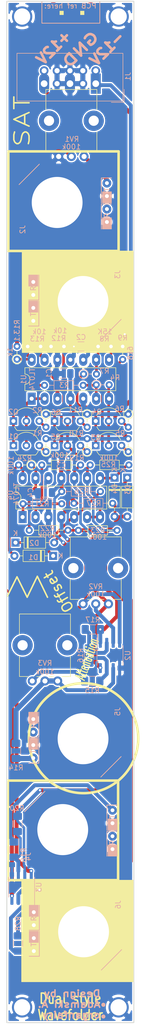
<source format=kicad_pcb>
(kicad_pcb (version 20171130) (host pcbnew "(5.1.5)-3")
  (layers (0 F.Cu signal) (31 B.Cu signal) (34 B.Paste user) (35 F.Paste user) (36 B.SilkS user) (37 F.SilkS user) (38 B.Mask user) (39 F.Mask user) (44 Edge.Cuts user))
  (net 0 "")
  (net 1 +12V)
  (net 2 GND)
  (net 3 -12V)
  (net 4 "Net-(D3-Pad1)")
  (net 5 /Sig1)
  (net 6 "Net-(J3-PadRN)")
  (net 7 /Sig2)
  (net 8 "Net-(J3-PadR)")
  (net 9 "Net-(J4-PadRN)")
  (net 10 /Out1)
  (net 11 "Net-(J4-PadR)")
  (net 12 "Net-(J5-PadRN)")
  (net 13 "Net-(J5-PadR)")
  (net 14 "Net-(J6-PadRN)")
  (net 15 /CV2)
  (net 16 "Net-(J6-PadR)")
  (net 17 "Net-(Q1-Pad1)")
  (net 18 "Net-(Q1-Pad3)")
  (net 19 "Net-(Q1-Pad2)")
  (net 20 "Net-(Q2-Pad3)")
  (net 21 "Net-(Q3-Pad1)")
  (net 22 "Net-(Q3-Pad3)")
  (net 23 "Net-(Q3-Pad2)")
  (net 24 "Net-(Q4-Pad3)")
  (net 25 "Net-(Q5-Pad1)")
  (net 26 "Net-(Q5-Pad3)")
  (net 27 "Net-(Q5-Pad2)")
  (net 28 "Net-(Q6-Pad3)")
  (net 29 "Net-(R3-Pad2)")
  (net 30 "Net-(R7-Pad2)")
  (net 31 "Net-(RV2-Pad2)")
  (net 32 "Net-(RV1-Pad2)")
  (net 33 /Bottom)
  (net 34 "Net-(D1-Pad1)")
  (net 35 /Out2)
  (net 36 /~Sig2)
  (net 37 /Top)
  (net 38 "Net-(R15-Pad2)")
  (net 39 "Net-(R18-Pad2)")
  (net 40 "Net-(R19-Pad2)")
  (net 41 "Net-(R22-Pad2)")
  (net 42 /Offset)
  (net 43 /~Offset)
  (net 44 "Net-(R8-Pad1)")
  (net 45 "Net-(J2-PadRN)")
  (net 46 "Net-(J2-PadR)")
  (net 47 "Net-(J3-PadTN)")
  (net 48 "Net-(J6-PadTN)")
  (net 49 "Net-(J6-PadT)")
  (net 50 "Net-(R12-Pad1)")
  (net 51 "Net-(R14-Pad2)")
  (net 52 "Net-(R15-Pad1)")
  (net 53 "Net-(R16-Pad2)")
  (net 54 "Net-(R23-Pad2)")
  (net 55 "Net-(R28-Pad1)")
  (net 56 "Net-(J3-PadT)")
  (module telec:Jack_Hole_Square (layer F.Cu) (at 27.1 194.2 270)
    (fp_text reference J6 (at -5.3 -6.8 90) (layer B.SilkS) (effects (justify mirror)))
    (fp_text value Out2)
    (fp_text user T (at 2.52 9.795 90) (layer B.SilkS))
    (fp_text user R (at -2.56 9.795 90) (layer B.SilkS))
    (pad TN thru_hole circle (at 1.25 9.795 270) (size 1.75 1.75) (drill 0.762) (layers *.Cu B.Mask) (net 48 "Net-(J6-PadTN)"))
    (pad RN thru_hole circle (at -3.83 9.795 270) (size 1.75 1.75) (drill 0.762) (layers *.Cu B.Mask) (net 14 "Net-(J6-PadRN)"))
    (pad T thru_hole circle (at 3.79 9.795 270) (size 1.75 1.75) (drill 0.762) (layers *.Cu B.Mask) (net 49 "Net-(J6-PadT)"))
    (pad R thru_hole circle (at -1.29 9.795 270) (size 1.75 1.75) (drill 0.762) (layers *.Cu B.Mask) (net 16 "Net-(J6-PadR)"))
    (pad S thru_hole circle (at 0 0 270) (size 14 14) (drill 10) (layers *.Cu F.Mask) (net 2 GND))
  )
  (module telec:Jack_Hole_Square (layer F.Cu) (at 27 156.4 270)
    (fp_text reference J5 (at -5.3 -6.8 90) (layer B.SilkS) (effects (justify mirror)))
    (fp_text value CV2)
    (fp_text user T (at 2.52 9.795 90) (layer B.SilkS))
    (fp_text user R (at -2.56 9.795 90) (layer B.SilkS))
    (pad TN thru_hole circle (at 1.25 9.795 270) (size 1.75 1.75) (drill 0.762) (layers *.Cu B.Mask) (net 2 GND))
    (pad RN thru_hole circle (at -3.83 9.795 270) (size 1.75 1.75) (drill 0.762) (layers *.Cu B.Mask) (net 12 "Net-(J5-PadRN)"))
    (pad T thru_hole circle (at 3.79 9.795 270) (size 1.75 1.75) (drill 0.762) (layers *.Cu B.Mask) (net 15 /CV2))
    (pad R thru_hole circle (at -1.29 9.795 270) (size 1.75 1.75) (drill 0.762) (layers *.Cu B.Mask) (net 13 "Net-(J5-PadR)"))
    (pad S thru_hole circle (at 0 0 270) (size 14 14) (drill 10) (layers *.Cu F.Mask) (net 2 GND))
  )
  (module telec:Jack_Hole_Square (layer F.Cu) (at 23 174.2 90)
    (fp_text reference J4 (at -5.3 -6.8 90) (layer B.SilkS) (effects (justify mirror)))
    (fp_text value Sig2)
    (fp_text user T (at 2.52 9.795 90) (layer B.SilkS))
    (fp_text user R (at -2.56 9.795 90) (layer B.SilkS))
    (pad TN thru_hole circle (at 1.25 9.795 90) (size 1.75 1.75) (drill 0.762) (layers *.Cu B.Mask) (net 2 GND))
    (pad RN thru_hole circle (at -3.83 9.795 90) (size 1.75 1.75) (drill 0.762) (layers *.Cu B.Mask) (net 9 "Net-(J4-PadRN)"))
    (pad T thru_hole circle (at 3.79 9.795 90) (size 1.75 1.75) (drill 0.762) (layers *.Cu B.Mask) (net 7 /Sig2))
    (pad R thru_hole circle (at -1.29 9.795 90) (size 1.75 1.75) (drill 0.762) (layers *.Cu B.Mask) (net 11 "Net-(J4-PadR)"))
    (pad S thru_hole circle (at 0 0 90) (size 14 14) (drill 10) (layers *.Cu F.Mask) (net 2 GND))
  )
  (module telec:Jack_Hole_Square (layer F.Cu) (at 27 70.8 270)
    (fp_text reference J3 (at -5.3 -6.8 90) (layer B.SilkS) (effects (justify mirror)))
    (fp_text value Out1)
    (fp_text user T (at 2.52 9.795 90) (layer B.SilkS))
    (fp_text user R (at -2.56 9.795 90) (layer B.SilkS))
    (pad TN thru_hole circle (at 1.25 9.795 270) (size 1.75 1.75) (drill 0.762) (layers *.Cu B.Mask) (net 47 "Net-(J3-PadTN)"))
    (pad RN thru_hole circle (at -3.83 9.795 270) (size 1.75 1.75) (drill 0.762) (layers *.Cu B.Mask) (net 6 "Net-(J3-PadRN)"))
    (pad T thru_hole circle (at 3.79 9.795 270) (size 1.75 1.75) (drill 0.762) (layers *.Cu B.Mask) (net 56 "Net-(J3-PadT)"))
    (pad R thru_hole circle (at -1.29 9.795 270) (size 1.75 1.75) (drill 0.762) (layers *.Cu B.Mask) (net 8 "Net-(J3-PadR)"))
    (pad S thru_hole circle (at 0 0 270) (size 14 14) (drill 10) (layers *.Cu F.Mask) (net 2 GND))
  )
  (module telec:Jack_Hole_Square (layer F.Cu) (at 21.9 51.4 90)
    (fp_text reference J2 (at -5.3 -6.8 90) (layer B.SilkS) (effects (justify mirror)))
    (fp_text value Sig1)
    (fp_text user T (at 2.52 9.795 90) (layer B.SilkS))
    (fp_text user R (at -2.56 9.795 90) (layer B.SilkS))
    (pad TN thru_hole circle (at 1.25 9.795 90) (size 1.75 1.75) (drill 0.762) (layers *.Cu B.Mask) (net 2 GND))
    (pad RN thru_hole circle (at -3.83 9.795 90) (size 1.75 1.75) (drill 0.762) (layers *.Cu B.Mask) (net 45 "Net-(J2-PadRN)"))
    (pad T thru_hole circle (at 3.79 9.795 90) (size 1.75 1.75) (drill 0.762) (layers *.Cu B.Mask) (net 5 /Sig1))
    (pad R thru_hole circle (at -1.29 9.795 90) (size 1.75 1.75) (drill 0.762) (layers *.Cu B.Mask) (net 46 "Net-(J2-PadR)"))
    (pad S thru_hole circle (at 0 0 90) (size 14 14) (drill 10) (layers *.Cu F.Mask) (net 2 GND))
  )
  (module Resistor_THT:R_Axial_DIN0204_L3.6mm_D1.6mm_P2.54mm_Vertical (layer F.Cu) (at 14 82.1 90)
    (fp_text reference R13.1 (at 5.6 0 90) (layer B.SilkS) (effects (justify mirror)))
    (fp_text value 1k (at 1.4 -1.4 90) (layer B.SilkS) (effects (justify mirror)))
    (pad 2 thru_hole oval (at 2.54 0 90) (size 1.4 1.4) (drill 0.7) (layers *.Cu *.Mask) (net 56 "Net-(J3-PadT)"))
    (pad 1 thru_hole circle (at 0 0 90) (size 1.4 1.4) (drill 0.7) (layers *.Cu *.Mask) (net 10 /Out1))
  )
  (module Capacitor_SMD:C_1206_3216Metric (layer B.Cu) (at 19.5 108.2)
    (fp_text reference C4 (at -2.8 0 90) (layer B.SilkS) (effects (justify mirror)))
    (fp_text value 100n)
    (pad 2 smd roundrect (at 1.4 0) (size 1.25 1.75) (layers B.Cu B.Paste B.Mask) (roundrect_rratio 0.2) (net 3 -12V))
    (pad 1 smd roundrect (at -1.4 0) (size 1.25 1.75) (layers B.Cu B.Paste B.Mask) (roundrect_rratio 0.2) (net 2 GND))
  )
  (module Capacitor_SMD:C_1206_3216Metric (layer B.Cu) (at 22.7 102.8)
    (fp_text reference C3 (at 0 0.1) (layer B.SilkS) (effects (justify mirror)))
    (fp_text value 100n)
    (pad 2 smd roundrect (at 1.4 0) (size 1.25 1.75) (layers B.Cu B.Paste B.Mask) (roundrect_rratio 0.2) (net 1 +12V))
    (pad 1 smd roundrect (at -1.4 0) (size 1.25 1.75) (layers B.Cu B.Paste B.Mask) (roundrect_rratio 0.2) (net 2 GND))
  )
  (module Capacitor_SMD:C_1206_3216Metric (layer B.Cu) (at 26.6 79.6 180)
    (fp_text reference C2 (at 0 1.82 180) (layer B.SilkS) (effects (justify mirror)))
    (fp_text value 100n)
    (pad 2 smd roundrect (at 1.4 0 180) (size 1.25 1.75) (layers B.Cu B.Paste B.Mask) (roundrect_rratio 0.2) (net 3 -12V))
    (pad 1 smd roundrect (at -1.4 0 180) (size 1.25 1.75) (layers B.Cu B.Paste B.Mask) (roundrect_rratio 0.2) (net 2 GND))
  )
  (module Capacitor_SMD:C_1206_3216Metric (layer B.Cu) (at 23.1 84.9)
    (fp_text reference C1 (at -2.8 0 270) (layer B.SilkS) (effects (justify mirror)))
    (fp_text value 100n)
    (pad 2 smd roundrect (at 1.4 0) (size 1.25 1.75) (layers B.Cu B.Paste B.Mask) (roundrect_rratio 0.2) (net 1 +12V))
    (pad 1 smd roundrect (at -1.4 0) (size 1.25 1.75) (layers B.Cu B.Paste B.Mask) (roundrect_rratio 0.2) (net 2 GND))
  )
  (module Resistor_THT:R_Axial_DIN0204_L3.6mm_D1.6mm_P2.54mm_Vertical (layer F.Cu) (at 16.84 102.8 180)
    (fp_text reference R24 (at 1.34 1.3) (layer B.SilkS) (effects (justify mirror)))
    (fp_text value 100k (at 4.04 -0.1 90) (layer B.SilkS) (effects (justify mirror)))
    (pad 2 thru_hole oval (at 2.54 0 180) (size 1.4 1.4) (drill 0.7) (layers *.Cu *.Mask) (net 33 /Bottom))
    (pad 1 thru_hole circle (at 0 0 180) (size 1.4 1.4) (drill 0.7) (layers *.Cu *.Mask) (net 41 "Net-(R22-Pad2)"))
  )
  (module Package_SO:SOIC-8_3.9x4.9mm_P1.27mm (layer B.Cu) (at 32.3 140.1 270)
    (fp_text reference U2 (at 0 -3.5 270) (layer B.SilkS) (effects (justify mirror)))
    (fp_text value TL082)
    (pad 8 smd roundrect (at 2.475 1.905 270) (size 1.95 0.6) (layers B.Cu B.Paste B.Mask) (net 1 +12V))
    (pad 7 smd roundrect (at 2.475 0.635 270) (size 1.95 0.6) (layers B.Cu B.Paste B.Mask) (net 38 "Net-(R15-Pad2)"))
    (pad 6 smd roundrect (at 2.475 -0.635 270) (size 1.95 0.6) (layers B.Cu B.Paste B.Mask) (net 51 "Net-(R14-Pad2)"))
    (pad 5 smd roundrect (at 2.475 -1.905 270) (size 1.95 0.6) (layers B.Cu B.Paste B.Mask) (net 2 GND))
    (pad 4 smd roundrect (at -2.475 -1.905 270) (size 1.95 0.6) (layers B.Cu B.Paste B.Mask) (net 3 -12V))
    (pad 3 smd roundrect (at -2.475 -0.635 270) (size 1.95 0.6) (layers B.Cu B.Paste B.Mask) (net 31 "Net-(RV2-Pad2)"))
    (pad 2 smd roundrect (at -2.475 0.635 270) (size 1.95 0.6) (layers B.Cu B.Paste B.Mask) (net 53 "Net-(R16-Pad2)"))
    (pad 1 smd roundrect (at -2.475 1.905 270) (size 1.95 0.6) (layers B.Cu B.Paste B.Mask) (net 42 /Offset))
  )
  (module Resistor_SMD:R_1206_3216Metric_Pad1.42x1.75mm_HandSolder (layer B.Cu) (at 28.9125 135)
    (fp_text reference R17 (at 0 -1.9) (layer B.SilkS) (effects (justify mirror)))
    (fp_text value 47k)
    (pad 2 smd roundrect (at 1.4875 0) (size 1.425 1.75) (layers B.Cu B.Paste B.Mask) (roundrect_rratio 0.175439) (net 42 /Offset))
    (pad 1 smd roundrect (at -1.4875 0) (size 1.425 1.75) (layers B.Cu B.Paste B.Mask) (roundrect_rratio 0.175439) (net 53 "Net-(R16-Pad2)"))
  )
  (module Resistor_SMD:R_1206_3216Metric_Pad1.42x1.75mm_HandSolder (layer B.Cu) (at 28.2 140.1125 90)
    (fp_text reference R16 (at 0.0125 -1.7 270) (layer B.SilkS) (effects (justify mirror)))
    (fp_text value 47k)
    (pad 2 smd roundrect (at 1.4875 0 90) (size 1.425 1.75) (layers B.Cu B.Paste B.Mask) (roundrect_rratio 0.175439) (net 53 "Net-(R16-Pad2)"))
    (pad 1 smd roundrect (at -1.4875 0 90) (size 1.425 1.75) (layers B.Cu B.Paste B.Mask) (roundrect_rratio 0.175439) (net 38 "Net-(R15-Pad2)"))
  )
  (module Resistor_SMD:R_1206_3216Metric_Pad1.42x1.75mm_HandSolder (layer B.Cu) (at 28.8125 145.1)
    (fp_text reference R15 (at 0 1.82) (layer B.SilkS) (effects (justify mirror)))
    (fp_text value 4k7)
    (pad 2 smd roundrect (at 1.4875 0) (size 1.425 1.75) (layers B.Cu B.Paste B.Mask) (roundrect_rratio 0.175439) (net 38 "Net-(R15-Pad2)"))
    (pad 1 smd roundrect (at -1.4875 0) (size 1.425 1.75) (layers B.Cu B.Paste B.Mask) (roundrect_rratio 0.175439) (net 52 "Net-(R15-Pad1)"))
  )
  (module Resistor_SMD:R_1206_3216Metric_Pad1.42x1.75mm_HandSolder (layer B.Cu) (at 13.8 158.7875 90)
    (fp_text reference R14 (at -3.2875 0) (layer B.SilkS) (effects (justify mirror)))
    (fp_text value 47k)
    (pad 2 smd roundrect (at 1.4875 0 90) (size 1.425 1.75) (layers B.Cu B.Paste B.Mask) (roundrect_rratio 0.175439) (net 51 "Net-(R14-Pad2)"))
    (pad 1 smd roundrect (at -1.4875 0 90) (size 1.425 1.75) (layers B.Cu B.Paste B.Mask) (roundrect_rratio 0.175439) (net 15 /CV2))
  )
  (module Resistor_THT:R_Axial_DIN0204_L3.6mm_D1.6mm_P7.62mm_Horizontal (layer B.Cu) (at 19.4 87.2)
    (fp_text reference R3 (at 3.9 0) (layer B.SilkS) (effects (justify mirror)))
    (fp_text value 10k)
    (pad 2 thru_hole oval (at 7.62 0) (size 1.4 1.4) (drill 0.7) (layers *.Cu *.Mask) (net 29 "Net-(R3-Pad2)"))
    (pad 1 thru_hole circle (at 0 0) (size 1.4 1.4) (drill 0.7) (layers *.Cu *.Mask) (net 17 "Net-(Q1-Pad1)"))
  )
  (module Resistor_THT:R_Axial_DIN0204_L3.6mm_D1.6mm_P2.54mm_Vertical (layer F.Cu) (at 16.1 79.6)
    (fp_text reference R13 (at 1.9 -1.5) (layer B.SilkS) (effects (justify mirror)))
    (fp_text value 10k (at 2.3 -2.9) (layer B.SilkS) (effects (justify mirror)))
    (pad 2 thru_hole oval (at 2.54 0) (size 1.4 1.4) (drill 0.7) (layers *.Cu *.Mask) (net 50 "Net-(R12-Pad1)"))
    (pad 1 thru_hole circle (at 0 0) (size 1.4 1.4) (drill 0.7) (layers *.Cu *.Mask) (net 10 /Out1))
  )
  (module Resistor_THT:R_Axial_DIN0204_L3.6mm_D1.6mm_P2.54mm_Vertical (layer F.Cu) (at 20.7 79.6)
    (fp_text reference R12 (at 1.5 -1.6) (layer B.SilkS) (effects (justify mirror)))
    (fp_text value 10k (at 1.8 -3.1) (layer B.SilkS) (effects (justify mirror)))
    (pad 2 thru_hole oval (at 2.54 0) (size 1.4 1.4) (drill 0.7) (layers *.Cu *.Mask) (net 25 "Net-(Q5-Pad1)"))
    (pad 1 thru_hole circle (at 0 0) (size 1.4 1.4) (drill 0.7) (layers *.Cu *.Mask) (net 50 "Net-(R12-Pad1)"))
  )
  (module Resistor_THT:R_Axial_DIN0204_L3.6mm_D1.6mm_P2.54mm_Vertical (layer F.Cu) (at 27.8 92.86 270)
    (fp_text reference R11 (at -0.86 2.3 180) (layer B.SilkS) (effects (justify mirror)))
    (fp_text value 15k hide)
    (pad 2 thru_hole oval (at 2.54 0 270) (size 1.4 1.4) (drill 0.7) (layers *.Cu *.Mask) (net 28 "Net-(Q6-Pad3)"))
    (pad 1 thru_hole circle (at 0 0 270) (size 1.4 1.4) (drill 0.7) (layers *.Cu *.Mask) (net 3 -12V))
  )
  (module Resistor_THT:R_Axial_DIN0204_L3.6mm_D1.6mm_P2.54mm_Vertical (layer F.Cu) (at 27.8 100.2 90)
    (fp_text reference R10 (at 3.6 -2.1 180) (layer B.SilkS) (effects (justify mirror)))
    (fp_text value 15k hide)
    (pad 2 thru_hole oval (at 2.54 0 90) (size 1.4 1.4) (drill 0.7) (layers *.Cu *.Mask) (net 1 +12V))
    (pad 1 thru_hole circle (at 0 0 90) (size 1.4 1.4) (drill 0.7) (layers *.Cu *.Mask) (net 26 "Net-(Q5-Pad3)"))
  )
  (module Resistor_THT:R_Axial_DIN0204_L3.6mm_D1.6mm_P2.54mm_Vertical (layer F.Cu) (at 34.8 79.6 270)
    (fp_text reference R9 (at -1.7 0 180) (layer B.SilkS) (effects (justify mirror)))
    (fp_text value 6k8 (at 1.3 -1.5 90) (layer B.SilkS) (effects (justify mirror)))
    (pad 2 thru_hole oval (at 2.54 0 270) (size 1.4 1.4) (drill 0.7) (layers *.Cu *.Mask) (net 27 "Net-(Q5-Pad2)"))
    (pad 1 thru_hole circle (at 0 0 270) (size 1.4 1.4) (drill 0.7) (layers *.Cu *.Mask) (net 44 "Net-(R8-Pad1)"))
  )
  (module Resistor_THT:R_Axial_DIN0204_L3.6mm_D1.6mm_P2.54mm_Vertical (layer F.Cu) (at 32.5 79.6 180)
    (fp_text reference R8 (at 1.3 1.5) (layer B.SilkS) (effects (justify mirror)))
    (fp_text value 15K (at 1.2 2.9) (layer B.SilkS) (effects (justify mirror)))
    (pad 2 thru_hole oval (at 2.54 0 180) (size 1.4 1.4) (drill 0.7) (layers *.Cu *.Mask) (net 30 "Net-(R7-Pad2)"))
    (pad 1 thru_hole circle (at 0 0 180) (size 1.4 1.4) (drill 0.7) (layers *.Cu *.Mask) (net 44 "Net-(R8-Pad1)"))
  )
  (module Resistor_THT:R_Axial_DIN0204_L3.6mm_D1.6mm_P2.54mm_Vertical (layer B.Cu) (at 27.1 85)
    (fp_text reference R7 (at 4.1 -0.6) (layer B.SilkS) (effects (justify mirror)))
    (fp_text value 2k2)
    (pad 2 thru_hole oval (at 2.54 0) (size 1.4 1.4) (drill 0.7) (layers *.Cu *.Mask) (net 30 "Net-(R7-Pad2)"))
    (pad 1 thru_hole circle (at 0 0) (size 1.4 1.4) (drill 0.7) (layers *.Cu *.Mask) (net 21 "Net-(Q3-Pad1)"))
  )
  (module Resistor_THT:R_Axial_DIN0204_L3.6mm_D1.6mm_P2.54mm_Vertical (layer F.Cu) (at 35.9 92.86 270)
    (fp_text reference R6 (at -1.06 1.7 180) (layer B.SilkS) (effects (justify mirror)))
    (fp_text value 15k hide)
    (pad 2 thru_hole oval (at 2.54 0 270) (size 1.4 1.4) (drill 0.7) (layers *.Cu *.Mask) (net 24 "Net-(Q4-Pad3)"))
    (pad 1 thru_hole circle (at 0 0 270) (size 1.4 1.4) (drill 0.7) (layers *.Cu *.Mask) (net 3 -12V))
  )
  (module Resistor_THT:R_Axial_DIN0204_L3.6mm_D1.6mm_P2.54mm_Vertical (layer F.Cu) (at 35.9 100.2 90)
    (fp_text reference R5 (at 3.6 -1.6 180) (layer B.SilkS) (effects (justify mirror)))
    (fp_text value 15k hide)
    (pad 2 thru_hole oval (at 2.54 0 90) (size 1.4 1.4) (drill 0.7) (layers *.Cu *.Mask) (net 1 +12V))
    (pad 1 thru_hole circle (at 0 0 90) (size 1.4 1.4) (drill 0.7) (layers *.Cu *.Mask) (net 22 "Net-(Q3-Pad3)"))
  )
  (module Resistor_THT:R_Axial_DIN0204_L3.6mm_D1.6mm_P2.54mm_Vertical (layer B.Cu) (at 29.6 87.1)
    (fp_text reference R4 (at 3.7 -1.4) (layer B.SilkS) (effects (justify mirror)))
    (fp_text value 47k)
    (pad 2 thru_hole oval (at 2.54 0) (size 1.4 1.4) (drill 0.7) (layers *.Cu *.Mask) (net 23 "Net-(Q3-Pad2)"))
    (pad 1 thru_hole circle (at 0 0) (size 1.4 1.4) (drill 0.7) (layers *.Cu *.Mask) (net 29 "Net-(R3-Pad2)"))
  )
  (module Resistor_THT:R_Axial_DIN0204_L3.6mm_D1.6mm_P2.54mm_Vertical (layer F.Cu) (at 19.7 100.2 90)
    (fp_text reference R1 (at 3.6 -1.7 180) (layer B.SilkS) (effects (justify mirror)))
    (fp_text value 15k hide)
    (pad 2 thru_hole oval (at 2.54 0 90) (size 1.4 1.4) (drill 0.7) (layers *.Cu *.Mask) (net 1 +12V))
    (pad 1 thru_hole circle (at 0 0 90) (size 1.4 1.4) (drill 0.7) (layers *.Cu *.Mask) (net 18 "Net-(Q1-Pad3)"))
  )
  (module Resistor_THT:R_Axial_DIN0204_L3.6mm_D1.6mm_P2.54mm_Vertical (layer F.Cu) (at 19.7 92.86 270)
    (fp_text reference R2 (at -0.76 1.7 180) (layer B.SilkS) (effects (justify mirror)))
    (fp_text value 15k hide)
    (pad 2 thru_hole oval (at 2.54 0 270) (size 1.4 1.4) (drill 0.7) (layers *.Cu *.Mask) (net 20 "Net-(Q2-Pad3)"))
    (pad 1 thru_hole circle (at 0 0 270) (size 1.4 1.4) (drill 0.7) (layers *.Cu *.Mask) (net 3 -12V))
  )
  (module Resistor_SMD:R_1206_3216Metric_Pad1.42x1.75mm_HandSolder (layer B.Cu) (at 14.2 196.4875 270)
    (fp_text reference R28 (at -3.9025 0 90) (layer B.SilkS) (effects (justify mirror)))
    (fp_text value 1k)
    (pad 2 smd roundrect (at 1.4875 0 270) (size 1.425 1.75) (layers B.Cu B.Paste B.Mask) (roundrect_rratio 0.175439) (net 49 "Net-(J6-PadT)"))
    (pad 1 smd roundrect (at -1.4875 0 270) (size 1.425 1.75) (layers B.Cu B.Paste B.Mask) (roundrect_rratio 0.175439) (net 55 "Net-(R28-Pad1)"))
  )
  (module Resistor_SMD:R_1206_3216Metric_Pad1.42x1.75mm_HandSolder (layer B.Cu) (at 14.1 173.0875 90)
    (fp_text reference R20 (at 3.0875 -0.1 180) (layer B.SilkS) (effects (justify mirror)))
    (fp_text value 47k)
    (pad 2 smd roundrect (at 1.4875 0 90) (size 1.425 1.75) (layers B.Cu B.Paste B.Mask) (roundrect_rratio 0.175439) (net 36 /~Sig2))
    (pad 1 smd roundrect (at -1.4875 0 90) (size 1.425 1.75) (layers B.Cu B.Paste B.Mask) (roundrect_rratio 0.175439) (net 39 "Net-(R18-Pad2)"))
  )
  (module Resistor_SMD:R_1206_3216Metric_Pad1.42x1.75mm_HandSolder (layer B.Cu) (at 13.4 178.1125 270)
    (fp_text reference R18 (at 1.0875 -1.9 90) (layer B.SilkS) (effects (justify mirror)))
    (fp_text value 47k)
    (pad 2 smd roundrect (at 1.4875 0 270) (size 1.425 1.75) (layers B.Cu B.Paste B.Mask) (roundrect_rratio 0.175439) (net 39 "Net-(R18-Pad2)"))
    (pad 1 smd roundrect (at -1.4875 0 270) (size 1.425 1.75) (layers B.Cu B.Paste B.Mask) (roundrect_rratio 0.175439) (net 7 /Sig2))
  )
  (module Package_SO:SOIC-8_3.9x4.9mm_P1.27mm (layer B.Cu) (at 14.9 185.475 90)
    (fp_text reference U3 (at 0 3.4 90) (layer B.SilkS) (effects (justify mirror)))
    (fp_text value TL082)
    (pad 8 smd roundrect (at 2.475 1.905 90) (size 1.95 0.6) (layers B.Cu B.Paste B.Mask) (net 1 +12V))
    (pad 7 smd roundrect (at 2.475 0.635 90) (size 1.95 0.6) (layers B.Cu B.Paste B.Mask) (net 36 /~Sig2))
    (pad 6 smd roundrect (at 2.475 -0.635 90) (size 1.95 0.6) (layers B.Cu B.Paste B.Mask) (net 39 "Net-(R18-Pad2)"))
    (pad 5 smd roundrect (at 2.475 -1.905 90) (size 1.95 0.6) (layers B.Cu B.Paste B.Mask) (net 2 GND))
    (pad 4 smd roundrect (at -2.475 -1.905 90) (size 1.95 0.6) (layers B.Cu B.Paste B.Mask) (net 3 -12V))
    (pad 3 smd roundrect (at -2.475 -0.635 90) (size 1.95 0.6) (layers B.Cu B.Paste B.Mask) (net 35 /Out2))
    (pad 2 smd roundrect (at -2.475 0.635 90) (size 1.95 0.6) (layers B.Cu B.Paste B.Mask) (net 49 "Net-(J6-PadT)"))
    (pad 1 smd roundrect (at -2.475 1.905 90) (size 1.95 0.6) (layers B.Cu B.Paste B.Mask) (net 55 "Net-(R28-Pad1)"))
  )
  (module Resistor_THT:R_Axial_DIN0204_L3.6mm_D1.6mm_P7.62mm_Horizontal (layer B.Cu) (at 32.82 110.3 180)
    (fp_text reference R27 (at 3.72 0) (layer B.SilkS) (effects (justify mirror)))
    (fp_text value 15k)
    (pad 2 thru_hole oval (at 7.62 0 180) (size 1.4 1.4) (drill 0.7) (layers *.Cu *.Mask) (net 1 +12V))
    (pad 1 thru_hole circle (at 0 0 180) (size 1.4 1.4) (drill 0.7) (layers *.Cu *.Mask) (net 35 /Out2))
  )
  (module Resistor_THT:R_Axial_DIN0204_L3.6mm_D1.6mm_P7.62mm_Horizontal (layer B.Cu) (at 22.8 108)
    (fp_text reference R26 (at 3.9 0) (layer B.SilkS) (effects (justify mirror)))
    (fp_text value 15k)
    (pad 2 thru_hole oval (at 7.62 0) (size 1.4 1.4) (drill 0.7) (layers *.Cu *.Mask) (net 34 "Net-(D1-Pad1)"))
    (pad 1 thru_hole circle (at 0 0) (size 1.4 1.4) (drill 0.7) (layers *.Cu *.Mask) (net 3 -12V))
  )
  (module Resistor_THT:R_Axial_DIN0204_L3.6mm_D1.6mm_P7.62mm_Horizontal (layer B.Cu) (at 22.8 110.4 180)
    (fp_text reference R21 (at 3.9 0 180) (layer B.SilkS) (effects (justify mirror)))
    (fp_text value 100k)
    (pad 2 thru_hole oval (at 7.62 0 180) (size 1.4 1.4) (drill 0.7) (layers *.Cu *.Mask) (net 43 /~Offset))
    (pad 1 thru_hole circle (at 0 0 180) (size 1.4 1.4) (drill 0.7) (layers *.Cu *.Mask) (net 40 "Net-(R19-Pad2)"))
  )
  (module Resistor_THT:R_Axial_DIN0204_L3.6mm_D1.6mm_P7.62mm_Horizontal (layer F.Cu) (at 28.4 102.8)
    (fp_text reference R25 (at 3.6 -0.1) (layer B.SilkS) (effects (justify mirror)))
    (fp_text value 100k (at 3.7 -1.4) (layer B.SilkS) (effects (justify mirror)))
    (pad 2 thru_hole oval (at 7.62 0) (size 1.4 1.4) (drill 0.7) (layers *.Cu *.Mask) (net 37 /Top))
    (pad 1 thru_hole circle (at 0 0) (size 1.4 1.4) (drill 0.7) (layers *.Cu *.Mask) (net 54 "Net-(R23-Pad2)"))
  )
  (module Resistor_THT:R_Axial_DIN0204_L3.6mm_D1.6mm_P7.62mm_Horizontal (layer F.Cu) (at 26.5 102.8 180)
    (fp_text reference R19 (at 0.7 1.4) (layer B.SilkS) (effects (justify mirror)))
    (fp_text value 100k (at 4.1 1.9) (layer B.SilkS) (effects (justify mirror)))
    (pad 2 thru_hole oval (at 7.62 0 180) (size 1.4 1.4) (drill 0.7) (layers *.Cu *.Mask) (net 40 "Net-(R19-Pad2)"))
    (pad 1 thru_hole circle (at 0 0 180) (size 1.4 1.4) (drill 0.7) (layers *.Cu *.Mask) (net 42 /Offset))
  )
  (module Resistor_THT:R_Axial_DIN0204_L3.6mm_D1.6mm_P7.62mm_Horizontal (layer F.Cu) (at 24.02 115.58 180)
    (fp_text reference R22 (at 4.02 0.38) (layer B.SilkS) (effects (justify mirror)))
    (fp_text value 100k (at 4.02 -0.92) (layer B.SilkS) (effects (justify mirror)))
    (pad 2 thru_hole oval (at 7.62 0 180) (size 1.4 1.4) (drill 0.7) (layers *.Cu *.Mask) (net 41 "Net-(R22-Pad2)"))
    (pad 1 thru_hole circle (at 0 0 180) (size 1.4 1.4) (drill 0.7) (layers *.Cu *.Mask) (net 36 /~Sig2))
  )
  (module Resistor_THT:R_Axial_DIN0204_L3.6mm_D1.6mm_P7.62mm_Horizontal (layer F.Cu) (at 26.08 115.6)
    (fp_text reference R23 (at 3.82 0) (layer B.SilkS) (effects (justify mirror)))
    (fp_text value 100k (at 3.81 1.3) (layer B.SilkS) (effects (justify mirror)))
    (pad 2 thru_hole oval (at 7.62 0) (size 1.4 1.4) (drill 0.7) (layers *.Cu *.Mask) (net 54 "Net-(R23-Pad2)"))
    (pad 1 thru_hole circle (at 0 0) (size 1.4 1.4) (drill 0.7) (layers *.Cu *.Mask) (net 36 /~Sig2))
  )
  (module Diode_THT:D_DO-35_SOD27_P7.62mm_Horizontal (layer F.Cu) (at 33.2 105.28 270)
    (fp_text reference D4 (at 2.22 0 90) (layer B.SilkS) (effects (justify mirror)))
    (fp_text value 1N4148 hide)
    (fp_text user K (at -1.58 0 90) (layer B.SilkS) (effects (justify mirror)))
    (pad 2 thru_hole oval (at 7.62 0 270) (size 1.6 1.6) (drill 0.8) (layers *.Cu *.Mask) (net 35 /Out2))
    (pad 1 thru_hole rect (at 0 0 270) (size 1.6 1.6) (drill 0.8) (layers *.Cu *.Mask) (net 37 /Top))
  )
  (module Diode_THT:D_DO-35_SOD27_P7.62mm_Horizontal (layer F.Cu) (at 35.7 105.28 270)
    (fp_text reference D3 (at 2.32 -0.1 90) (layer B.SilkS) (effects (justify mirror)))
    (fp_text value 1N4148 hide)
    (fp_text user K (at -1.48 0.8 90) (layer B.SilkS) (effects (justify mirror)))
    (pad 2 thru_hole oval (at 7.62 0 270) (size 1.6 1.6) (drill 0.8) (layers *.Cu *.Mask) (net 35 /Out2))
    (pad 1 thru_hole rect (at 0 0 270) (size 1.6 1.6) (drill 0.8) (layers *.Cu *.Mask) (net 4 "Net-(D3-Pad1)"))
  )
  (module Diode_THT:D_DO-35_SOD27_P7.62mm_Horizontal (layer F.Cu) (at 21.12 120.6 180)
    (fp_text reference D1 (at 3.92 -0.3) (layer B.SilkS) (effects (justify mirror)))
    (fp_text value 1N4148 hide)
    (fp_text user K (at -1.48 0) (layer B.SilkS) (effects (justify mirror)))
    (pad 2 thru_hole oval (at 7.62 0 180) (size 1.6 1.6) (drill 0.8) (layers *.Cu *.Mask) (net 33 /Bottom))
    (pad 1 thru_hole rect (at 0 0 180) (size 1.6 1.6) (drill 0.8) (layers *.Cu *.Mask) (net 34 "Net-(D1-Pad1)"))
  )
  (module logo:telec-8 (layer F.Cu) (at 24.8 16.3)
    (fp_text reference LOGO1 hide)
    (fp_text value telec hide)
    (fp_poly (pts (xy 3.27025 -4.064) (xy 4.064 -4.064) (xy 4.064 -3.2385) (xy 3.27025 -3.2385) (xy 3.27025 -4.064)) (layer F.Cu) (width 0.01))
    (fp_poly (pts (xy 3.27025 -2.413) (xy 2.44475 -2.413) (xy 2.44475 -1.61925) (xy 1.651 -1.61925) (xy 1.651 -3.2385) (xy 3.27025 -3.2385) (xy 3.27025 -2.413)) (layer F.Cu) (width 0.01))
    (fp_poly (pts (xy -4.064 -3.2385) (xy -4.064 -4.064) (xy -3.2385 -4.064) (xy -3.2385 -3.2385) (xy -4.064 -3.2385)) (layer F.Cu) (width 0.01))
    (fp_poly (pts (xy -1.61925 -3.2385) (xy -1.61925 -1.61925) (xy -2.413 -1.61925) (xy -2.413 -2.413) (xy -3.2385 -2.413) (xy -3.2385 -3.2385) (xy -1.61925 -3.2385)) (layer F.Cu) (width 0.01))
    (fp_poly (pts (xy 0.8255 0.03175) (xy 1.651 0.03175) (xy 1.651 0.8255) (xy -1.61925 0.8255) (xy -1.61925 0.03175) (xy -0.79375 0.03175) (xy -0.79375 -1.61925) (xy 0.8255 -1.61925) (xy 0.8255 0.03175)) (layer F.Cu) (width 0.01))
  )
  (module Potentiometer_THT:Potentiometer_Alps_RK09K_Single_Vertical (layer F.Cu) (at 32 130 90)
    (fp_text reference RV2 (at 3.4 -2.5 180) (layer B.SilkS) (effects (justify mirror)))
    (fp_text value 100k (at 1.9 -2.5 180) (layer B.SilkS) (effects (justify mirror)))
    (pad "" np_thru_hole circle (at 7 1.9 90) (size 4 4) (drill 2) (layers *.Cu *.Mask))
    (pad "" np_thru_hole circle (at 7 -6.9 90) (size 4 4) (drill 2) (layers *.Cu *.Mask))
    (pad 1 thru_hole circle (at 0 0 90) (size 1.8 1.8) (drill 1) (layers *.Cu *.Mask) (net 1 +12V))
    (pad 2 thru_hole circle (at 0 -2.5 90) (size 1.8 1.8) (drill 1) (layers *.Cu *.Mask) (net 31 "Net-(RV2-Pad2)"))
    (pad 3 thru_hole circle (at 0 -5 90) (size 1.8 1.8) (drill 1) (layers *.Cu *.Mask) (net 3 -12V))
  )
  (module Potentiometer_THT:Potentiometer_Alps_RK09K_Single_Vertical (layer F.Cu) (at 22 145.1 90)
    (fp_text reference RV3 (at 3.5 -2.5 180) (layer B.SilkS) (effects (justify mirror)))
    (fp_text value 100k (at 1.8 -2.5 180) (layer B.SilkS) (effects (justify mirror)))
    (pad "" np_thru_hole circle (at 7 1.9 90) (size 4 4) (drill 2) (layers *.Cu *.Mask))
    (pad "" np_thru_hole circle (at 7 -6.9 90) (size 4 4) (drill 2) (layers *.Cu *.Mask))
    (pad 1 thru_hole circle (at 0 0 90) (size 1.8 1.8) (drill 1) (layers *.Cu *.Mask) (net 51 "Net-(R14-Pad2)"))
    (pad 2 thru_hole circle (at 0 -2.5 90) (size 1.8 1.8) (drill 1) (layers *.Cu *.Mask) (net 51 "Net-(R14-Pad2)"))
    (pad 3 thru_hole circle (at 0 -5 90) (size 1.8 1.8) (drill 1) (layers *.Cu *.Mask) (net 52 "Net-(R15-Pad1)"))
  )
  (module Potentiometer_THT:Potentiometer_Alps_RK09K_Single_Vertical (layer F.Cu) (at 27.2 42.4 90)
    (fp_text reference RV1 (at 3.4 -2.4 180) (layer B.SilkS) (effects (justify mirror)))
    (fp_text value 100k (at 1.9 -2.5 180) (layer B.SilkS) (effects (justify mirror)))
    (pad "" np_thru_hole circle (at 7 1.9 90) (size 4 4) (drill 2) (layers *.Cu *.Mask))
    (pad "" np_thru_hole circle (at 7 -6.9 90) (size 4 4) (drill 2) (layers *.Cu *.Mask))
    (pad 1 thru_hole circle (at 0 0 90) (size 1.8 1.8) (drill 1) (layers *.Cu *.Mask) (net 5 /Sig1))
    (pad 2 thru_hole circle (at 0 -2.5 90) (size 1.8 1.8) (drill 1) (layers *.Cu *.Mask) (net 32 "Net-(RV1-Pad2)"))
    (pad 3 thru_hole circle (at 0 -5 90) (size 1.8 1.8) (drill 1) (layers *.Cu *.Mask) (net 2 GND))
  )
  (module Package_DIP:DIP-14_W7.62mm_LongPads (layer F.Cu) (at 15.1 113 90)
    (fp_text reference U4 (at 4.3 -2.4 90) (layer B.SilkS) (effects (justify mirror)))
    (fp_text value TL074 (at 4.5 -1.2 90) (layer B.SilkS) (effects (justify mirror)))
    (pad 14 thru_hole oval (at 7.62 0 90) (size 2.4 1.6) (drill 0.8) (layers *.Cu *.Mask) (net 33 /Bottom))
    (pad 7 thru_hole oval (at 0 15.24 90) (size 2.4 1.6) (drill 0.8) (layers *.Cu *.Mask) (net 4 "Net-(D3-Pad1)"))
    (pad 13 thru_hole oval (at 7.62 2.54 90) (size 2.4 1.6) (drill 0.8) (layers *.Cu *.Mask) (net 41 "Net-(R22-Pad2)"))
    (pad 6 thru_hole oval (at 0 12.7 90) (size 2.4 1.6) (drill 0.8) (layers *.Cu *.Mask) (net 4 "Net-(D3-Pad1)"))
    (pad 12 thru_hole oval (at 7.62 5.08 90) (size 2.4 1.6) (drill 0.8) (layers *.Cu *.Mask) (net 43 /~Offset))
    (pad 5 thru_hole oval (at 0 10.16 90) (size 2.4 1.6) (drill 0.8) (layers *.Cu *.Mask) (net 34 "Net-(D1-Pad1)"))
    (pad 11 thru_hole oval (at 7.62 7.62 90) (size 2.4 1.6) (drill 0.8) (layers *.Cu *.Mask) (net 3 -12V))
    (pad 4 thru_hole oval (at 0 7.62 90) (size 2.4 1.6) (drill 0.8) (layers *.Cu *.Mask) (net 1 +12V))
    (pad 10 thru_hole oval (at 7.62 10.16 90) (size 2.4 1.6) (drill 0.8) (layers *.Cu *.Mask) (net 42 /Offset))
    (pad 3 thru_hole oval (at 0 5.08 90) (size 2.4 1.6) (drill 0.8) (layers *.Cu *.Mask) (net 2 GND))
    (pad 9 thru_hole oval (at 7.62 12.7 90) (size 2.4 1.6) (drill 0.8) (layers *.Cu *.Mask) (net 54 "Net-(R23-Pad2)"))
    (pad 2 thru_hole oval (at 0 2.54 90) (size 2.4 1.6) (drill 0.8) (layers *.Cu *.Mask) (net 40 "Net-(R19-Pad2)"))
    (pad 8 thru_hole oval (at 7.62 15.24 90) (size 2.4 1.6) (drill 0.8) (layers *.Cu *.Mask) (net 37 /Top))
    (pad 1 thru_hole rect (at 0 0 90) (size 2.4 1.6) (drill 0.8) (layers *.Cu *.Mask) (net 43 /~Offset))
  )
  (module Package_DIP:DIP-14_W7.62mm_LongPads (layer F.Cu) (at 16.88 89.82 90)
    (fp_text reference U1 (at 3.72 -1.58 90) (layer B.SilkS) (effects (justify mirror)))
    (fp_text value TL074 (at 3.82 0.12 90) (layer B.SilkS) (effects (justify mirror)))
    (pad 14 thru_hole oval (at 7.62 0 90) (size 2.4 1.6) (drill 0.8) (layers *.Cu *.Mask) (net 10 /Out1))
    (pad 7 thru_hole oval (at 0 15.24 90) (size 2.4 1.6) (drill 0.8) (layers *.Cu *.Mask) (net 23 "Net-(Q3-Pad2)"))
    (pad 13 thru_hole oval (at 7.62 2.54 90) (size 2.4 1.6) (drill 0.8) (layers *.Cu *.Mask) (net 50 "Net-(R12-Pad1)"))
    (pad 6 thru_hole oval (at 0 12.7 90) (size 2.4 1.6) (drill 0.8) (layers *.Cu *.Mask) (net 29 "Net-(R3-Pad2)"))
    (pad 12 thru_hole oval (at 7.62 5.08 90) (size 2.4 1.6) (drill 0.8) (layers *.Cu *.Mask) (net 2 GND))
    (pad 5 thru_hole oval (at 0 10.16 90) (size 2.4 1.6) (drill 0.8) (layers *.Cu *.Mask) (net 2 GND))
    (pad 11 thru_hole oval (at 7.62 7.62 90) (size 2.4 1.6) (drill 0.8) (layers *.Cu *.Mask) (net 3 -12V))
    (pad 4 thru_hole oval (at 0 7.62 90) (size 2.4 1.6) (drill 0.8) (layers *.Cu *.Mask) (net 1 +12V))
    (pad 10 thru_hole oval (at 7.62 10.16 90) (size 2.4 1.6) (drill 0.8) (layers *.Cu *.Mask) (net 2 GND))
    (pad 3 thru_hole oval (at 0 5.08 90) (size 2.4 1.6) (drill 0.8) (layers *.Cu *.Mask) (net 32 "Net-(RV1-Pad2)"))
    (pad 9 thru_hole oval (at 7.62 12.7 90) (size 2.4 1.6) (drill 0.8) (layers *.Cu *.Mask) (net 30 "Net-(R7-Pad2)"))
    (pad 2 thru_hole oval (at 0 2.54 90) (size 2.4 1.6) (drill 0.8) (layers *.Cu *.Mask) (net 19 "Net-(Q1-Pad2)"))
    (pad 8 thru_hole oval (at 7.62 15.24 90) (size 2.4 1.6) (drill 0.8) (layers *.Cu *.Mask) (net 44 "Net-(R8-Pad1)"))
    (pad 1 thru_hole rect (at 0 0 90) (size 2.4 1.6) (drill 0.8) (layers *.Cu *.Mask) (net 19 "Net-(Q1-Pad2)"))
  )
  (module Package_TO_SOT_THT:TO-92_Inline_Wide (layer F.Cu) (at 21.4 94.2)
    (fp_text reference Q6 (at 0.3 -1.7) (layer B.SilkS) (effects (justify mirror)))
    (fp_text value BC547 hide)
    (pad 1 thru_hole rect (at 0 0 90) (size 1.5 1.5) (drill 0.8) (layers *.Cu *.Mask) (net 25 "Net-(Q5-Pad1)"))
    (pad 3 thru_hole circle (at 5.08 0 90) (size 1.5 1.5) (drill 0.8) (layers *.Cu *.Mask) (net 28 "Net-(Q6-Pad3)"))
    (pad 2 thru_hole circle (at 2.54 0 90) (size 1.5 1.5) (drill 0.8) (layers *.Cu *.Mask) (net 27 "Net-(Q5-Pad2)"))
  )
  (module Package_TO_SOT_THT:TO-92_Inline_Wide (layer F.Cu) (at 21.4 99)
    (fp_text reference Q5 (at 0.2 -1.7) (layer B.SilkS) (effects (justify mirror)))
    (fp_text value BC557 hide)
    (pad 1 thru_hole rect (at 0 0 90) (size 1.5 1.5) (drill 0.8) (layers *.Cu *.Mask) (net 25 "Net-(Q5-Pad1)"))
    (pad 3 thru_hole circle (at 5.08 0 90) (size 1.5 1.5) (drill 0.8) (layers *.Cu *.Mask) (net 26 "Net-(Q5-Pad3)"))
    (pad 2 thru_hole circle (at 2.54 0 90) (size 1.5 1.5) (drill 0.8) (layers *.Cu *.Mask) (net 27 "Net-(Q5-Pad2)"))
  )
  (module Package_TO_SOT_THT:TO-92_Inline_Wide (layer F.Cu) (at 29.5 94.2)
    (fp_text reference Q4 (at 0.2 -1.8) (layer B.SilkS) (effects (justify mirror)))
    (fp_text value BC547 hide)
    (pad 1 thru_hole rect (at 0 0 90) (size 1.5 1.5) (drill 0.8) (layers *.Cu *.Mask) (net 21 "Net-(Q3-Pad1)"))
    (pad 3 thru_hole circle (at 5.08 0 90) (size 1.5 1.5) (drill 0.8) (layers *.Cu *.Mask) (net 24 "Net-(Q4-Pad3)"))
    (pad 2 thru_hole circle (at 2.54 0 90) (size 1.5 1.5) (drill 0.8) (layers *.Cu *.Mask) (net 23 "Net-(Q3-Pad2)"))
  )
  (module Package_TO_SOT_THT:TO-92_Inline_Wide (layer F.Cu) (at 29.5 99)
    (fp_text reference Q3 (at 0 -1.6) (layer B.SilkS) (effects (justify mirror)))
    (fp_text value BC557 hide)
    (pad 1 thru_hole rect (at 0 0 90) (size 1.5 1.5) (drill 0.8) (layers *.Cu *.Mask) (net 21 "Net-(Q3-Pad1)"))
    (pad 3 thru_hole circle (at 5.08 0 90) (size 1.5 1.5) (drill 0.8) (layers *.Cu *.Mask) (net 22 "Net-(Q3-Pad3)"))
    (pad 2 thru_hole circle (at 2.54 0 90) (size 1.5 1.5) (drill 0.8) (layers *.Cu *.Mask) (net 23 "Net-(Q3-Pad2)"))
  )
  (module Package_TO_SOT_THT:TO-92_Inline_Wide (layer F.Cu) (at 13.3 99)
    (fp_text reference Q1 (at 0 -1.8) (layer B.SilkS) (effects (justify mirror)))
    (fp_text value BC557 hide)
    (pad 1 thru_hole rect (at 0 0 90) (size 1.5 1.5) (drill 0.8) (layers *.Cu *.Mask) (net 17 "Net-(Q1-Pad1)"))
    (pad 3 thru_hole circle (at 5.08 0 90) (size 1.5 1.5) (drill 0.8) (layers *.Cu *.Mask) (net 18 "Net-(Q1-Pad3)"))
    (pad 2 thru_hole circle (at 2.54 0 90) (size 1.5 1.5) (drill 0.8) (layers *.Cu *.Mask) (net 19 "Net-(Q1-Pad2)"))
  )
  (module Package_TO_SOT_THT:TO-92_Inline_Wide (layer F.Cu) (at 13.3 94.2)
    (fp_text reference Q2 (at 0 -1.8) (layer B.SilkS) (effects (justify mirror)))
    (fp_text value BC547 hide)
    (pad 1 thru_hole rect (at 0 0 90) (size 1.5 1.5) (drill 0.8) (layers *.Cu *.Mask) (net 17 "Net-(Q1-Pad1)"))
    (pad 3 thru_hole circle (at 5.08 0 90) (size 1.5 1.5) (drill 0.8) (layers *.Cu *.Mask) (net 20 "Net-(Q2-Pad3)"))
    (pad 2 thru_hole circle (at 2.54 0 90) (size 1.5 1.5) (drill 0.8) (layers *.Cu *.Mask) (net 19 "Net-(Q1-Pad2)"))
  )
  (module telec:EuroPower (layer B.Cu) (at 29.5 28.14 90)
    (fp_text reference J1 (at 1.397 6.35 90) (layer B.SilkS) (effects (justify mirror)))
    (fp_text value EuroPower)
    (pad 3 thru_hole oval (at 0 -10.16 180) (size 1.98 3.96) (drill 1.32) (layers *.Cu *.Mask) (net 1 +12V))
    (pad 1 thru_hole rect (at 0 0 180) (size 1.98 3.96) (drill 1.32) (layers *.Cu *.Mask) (net 3 -12V))
    (pad 2 thru_hole oval (at 0 -5.08 180) (size 1.98 3.96) (drill 1.32) (layers *.Cu *.Mask) (net 2 GND))
    (pad 2 thru_hole oval (at 0 -7.62 90) (size 1.7272 1.7272) (drill 1.016) (layers *.Cu *.Mask) (net 2 GND))
    (pad 2 thru_hole oval (at 2.54 -7.62 90) (size 1.7272 1.7272) (drill 1.016) (layers *.Cu *.Mask) (net 2 GND))
    (pad 2 thru_hole oval (at 2.54 -5.08 90) (size 1.7272 1.7272) (drill 1.016) (layers *.Cu *.Mask) (net 2 GND))
    (pad 3 thru_hole oval (at 2.54 -10.16 90) (size 1.7272 1.7272) (drill 1.016) (layers *.Cu *.Mask) (net 1 +12V))
    (pad 2 thru_hole oval (at 0 -2.54 90) (size 1.7272 1.7272) (drill 1.016) (layers *.Cu *.Mask) (net 2 GND))
    (pad 2 thru_hole oval (at 2.54 -2.54 90) (size 1.7272 1.7272) (drill 1.016) (layers *.Cu *.Mask) (net 2 GND))
    (pad 1 thru_hole oval (at 2.54 0 90) (size 1.7272 1.7272) (drill 1.016) (layers *.Cu *.Mask) (net 3 -12V))
  )
  (module Kosmo_panel:Kosmo_Panel_Dual_Mounting_Holes (layer F.Cu) (at 15 209)
    (fp_text reference H2 hide)
    (fp_text value Mounting_Holes hide)
    (pad 1 thru_hole circle (at 0.0127 -194.0052) (size 4 4) (drill 3.2) (layers *.Cu *.Mask) (net 2 GND))
    (pad 1 thru_hole circle (at 0 0) (size 4 4) (drill 3.2) (layers *.Cu *.Mask) (net 2 GND))
  )
  (module Kosmo_panel:Kosmo_Panel_Dual_Mounting_Holes (layer F.Cu) (at 34 209)
    (fp_text reference H1 hide)
    (fp_text value Mounting_Holes hide)
    (pad 1 thru_hole circle (at 0.0127 -194.0052) (size 4 4) (drill 3.2) (layers *.Cu *.Mask) (net 2 GND))
    (pad 1 thru_hole circle (at 0 0) (size 4 4) (drill 3.2) (layers *.Cu *.Mask) (net 2 GND))
  )
  (module Diode_THT:D_DO-35_SOD27_P7.62mm_Horizontal (layer F.Cu) (at 13.7 118)
    (fp_text reference D2 (at 3.7 0.1) (layer B.SilkS) (effects (justify mirror)))
    (fp_text value 1N4148 hide)
    (fp_text user K (at 0 -1.8) (layer B.SilkS) (effects (justify mirror)))
    (pad 2 thru_hole oval (at 7.62 0) (size 1.6 1.6) (drill 0.8) (layers *.Cu *.Mask) (net 36 /~Sig2))
    (pad 1 thru_hole rect (at 0 0) (size 1.6 1.6) (drill 0.8) (layers *.Cu *.Mask) (net 34 "Net-(D1-Pad1)"))
  )
  (gr_text GND (at 29.8 18.2 45) (layer B.SilkS) (effects (font (size 2 2.8) (thickness 0.5)) (justify left mirror)))
  (gr_text -12V (at 34.8 18.2 45) (layer B.SilkS) (effects (font (size 2 2) (thickness 0.5)) (justify left mirror)))
  (gr_text +12V (at 24.3 18 45) (layer B.SilkS) (effects (font (size 2 2) (thickness 0.5)) (justify left mirror)))
  (gr_text "PCB ref here:" (at 24.5 12.9) (layer B.SilkS) (effects (font (size 1 1)) (justify mirror)))
  (gr_line (start 30.3 12) (end 18.9 12) (layer B.SilkS) (width 0.15))
  (gr_line (start 18.9 12) (end 18.9 16.3) (layer B.SilkS) (width 0.15))
  (gr_line (start 18.9 16.3) (end 30.3 16.3) (layer B.SilkS) (width 0.15))
  (gr_line (start 30.3 16.3) (end 30.3 12) (layer B.SilkS) (width 0.15))
  (gr_line (start 12.1 127.3) (end 12.4 127.9) (layer F.Cu) (width 0.3))
  (gr_line (start 20 127.1) (end 19.6 127.9) (layer F.Cu) (width 0.3))
  (gr_line (start 16 127.1) (end 16.4 127.9) (layer F.Cu) (width 0.3))
  (gr_line (start 16 127.1) (end 15.6 127.9) (layer F.Cu) (width 0.3))
  (gr_line (start 19.6 127.9) (end 18.4 125.5) (layer F.Cu) (width 0.3))
  (gr_line (start 18 126.3) (end 18.4 125.5) (layer F.Cu) (width 0.3))
  (gr_line (start 18 126.3) (end 17.6 125.5) (layer F.Cu) (width 0.3))
  (gr_line (start 16.4 127.9) (end 17.6 125.5) (layer F.Cu) (width 0.3))
  (gr_line (start 15.6 127.9) (end 14.4 125.5) (layer F.Cu) (width 0.3))
  (gr_line (start 14 126.3) (end 14.4 125.5) (layer F.Cu) (width 0.3))
  (gr_line (start 14 126.3) (end 13.6 125.5) (layer F.Cu) (width 0.3))
  (gr_line (start 12.4 127.9) (end 13.6 125.5) (layer F.Cu) (width 0.3))
  (gr_line (start 18 124.6) (end 20 128.7) (layer F.SilkS) (width 0.3))
  (gr_line (start 16 128.7) (end 18 124.6) (layer F.SilkS) (width 0.3))
  (gr_line (start 14 124.7) (end 16 128.7) (layer F.SilkS) (width 0.3))
  (gr_line (start 12.1 128.5) (end 14 124.7) (layer F.SilkS) (width 0.3))
  (gr_circle (center 31 208.5) (end 31.2 208.5) (layer B.SilkS) (width 0.4))
  (gr_circle (center 31 210.8) (end 31.2 210.8) (layer B.SilkS) (width 0.4))
  (gr_circle (center 27.1 156.3) (end 37.864757 156.3) (layer F.SilkS) (width 0.5))
  (gr_line (start 33.9 184.1) (end 12.2 184.1) (layer F.SilkS) (width 0.5))
  (gr_line (start 33.9 164.6) (end 33.9 184.1) (layer F.SilkS) (width 0.5))
  (gr_poly (pts (xy 36.9 204) (xy 14.9 204) (xy 14.9 184.1) (xy 36.9 184.1)) (layer F.SilkS) (width 0.1))
  (gr_line (start 12.2 164.6) (end 33.9 164.6) (layer F.SilkS) (width 0.5))
  (gr_line (start 12.2 184.1) (end 12.2 164.6) (layer F.SilkS) (width 0.5))
  (gr_text Attenuation (at 27.8 140.8 70) (layer F.SilkS) (effects (font (size 2 1) (thickness 0.25))))
  (gr_text Offset (at 22.2 127.6 120) (layer F.SilkS) (effects (font (size 2 2) (thickness 0.3))))
  (gr_line (start 12.3 60.9) (end 12.3 41.4) (layer F.SilkS) (width 0.5))
  (gr_line (start 34 60.9) (end 12.3 60.9) (layer F.SilkS) (width 0.5))
  (gr_line (start 34 41.4) (end 34 60.9) (layer F.SilkS) (width 0.5))
  (gr_line (start 12.3 41.4) (end 34 41.4) (layer F.SilkS) (width 0.5))
  (gr_poly (pts (xy 37 80.8) (xy 15 80.8) (xy 15 60.9) (xy 37 60.9)) (layer F.SilkS) (width 0.1))
  (gr_text SAT (at 15 35.5 90) (layer F.SilkS) (effects (font (size 3 4) (thickness 0.3))))
  (gr_text "Design by\nAdamski A.\norganfairy" (at 30.6 208.4) (layer B.SilkS) (effects (font (size 1.3 1.5) (thickness 0.3)) (justify left mirror)))
  (gr_text "Dual style\nWavefolder" (at 24.5 208.9) (layer F.SilkS) (effects (font (size 2 1.6) (thickness 0.3))))
  (gr_line (start 12 212) (end 12 12) (layer Edge.Cuts) (width 0.15))
  (gr_line (start 37 212) (end 12 212) (layer Edge.Cuts) (width 0.15))
  (gr_line (start 37 12) (end 37 212) (layer Edge.Cuts) (width 0.15))
  (gr_line (start 12 12) (end 37 12) (layer Edge.Cuts) (width 0.15))
  (via (at 30.4 142.5) (size 0.8) (drill 0.4) (layers F.Cu B.Cu) (net 1))
  (via (at 16.8 182.3) (size 0.8) (drill 0.4) (layers F.Cu B.Cu) (net 1))
  (segment (start 24.5 91.528) (end 24.5 89.82) (width 0.508) (layer F.Cu) (net 1))
  (segment (start 25.096401 96.04635) (end 25.096401 92.124401) (width 0.508) (layer F.Cu) (net 1))
  (segment (start 27.8 97.76) (end 26.810051 97.76) (width 0.508) (layer F.Cu) (net 1))
  (segment (start 25.096401 92.124401) (end 24.5 91.528) (width 0.508) (layer F.Cu) (net 1))
  (segment (start 26.810051 97.76) (end 25.096401 96.04635) (width 0.508) (layer F.Cu) (net 1))
  (segment (start 35.9 97.66) (end 19.7 97.66) (width 0.762) (layer B.Cu) (net 1))
  (segment (start 35.9 97.66) (end 33.323401 95.083401) (width 0.762) (layer F.Cu) (net 1))
  (segment (start 33.323401 95.083401) (end 33.323401 93.223401) (width 0.508) (layer F.Cu) (net 1))
  (segment (start 26.810051 97.66) (end 27.8 97.66) (width 0.508) (layer B.Cu) (net 1))
  (segment (start 26.108526 97.66) (end 26.810051 97.66) (width 0.508) (layer B.Cu) (net 1))
  (segment (start 29.96626 132.03374) (end 32 130) (width 0.762) (layer F.Cu) (net 1))
  (segment (start 30.000001 142.100001) (end 30.4 142.5) (width 0.762) (layer F.Cu) (net 1))
  (segment (start 32 130) (end 29.466599 132.533401) (width 0.762) (layer F.Cu) (net 1))
  (segment (start 29.466599 141.566599) (end 30.000001 142.100001) (width 0.762) (layer F.Cu) (net 1))
  (segment (start 29.466599 132.533401) (end 29.466599 141.566599) (width 0.762) (layer F.Cu) (net 1))
  (segment (start 16.8 182.3) (end 16.234315 182.3) (width 0.762) (layer F.Cu) (net 1))
  (segment (start 16.234315 182.3) (end 13.91441 179.980095) (width 0.762) (layer F.Cu) (net 1))
  (segment (start 25.920566 97.66) (end 25.2 98.380566) (width 0.762) (layer B.Cu) (net 1))
  (segment (start 27.8 97.66) (end 25.920566 97.66) (width 0.762) (layer B.Cu) (net 1))
  (segment (start 25.2 98.380566) (end 25.2 99.7) (width 0.508) (layer B.Cu) (net 1))
  (via (at 24.11359 101.48641) (size 0.8) (drill 0.4) (layers F.Cu B.Cu) (net 1))
  (segment (start 25.2 99.7) (end 25.2 100.4) (width 0.762) (layer B.Cu) (net 1))
  (segment (start 25.2 100.4) (end 24.11359 101.48641) (width 0.762) (layer B.Cu) (net 1))
  (segment (start 24.11359 101.48641) (end 24.11359 104.18641) (width 0.762) (layer F.Cu) (net 1))
  (segment (start 24.11359 104.18641) (end 24 104.3) (width 0.508) (layer F.Cu) (net 1))
  (segment (start 24 104.3) (end 24 106.5) (width 0.508) (layer F.Cu) (net 1))
  (segment (start 24 106.5) (end 24 106.6) (width 0.762) (layer F.Cu) (net 1))
  (segment (start 24.033401 106.533401) (end 24 106.5) (width 0.762) (layer F.Cu) (net 1))
  (segment (start 24.033401 111.346599) (end 24.033401 106.533401) (width 0.762) (layer F.Cu) (net 1))
  (segment (start 22.78 113) (end 22.78 112.6) (width 0.762) (layer F.Cu) (net 1))
  (segment (start 22.78 112.6) (end 24.033401 111.346599) (width 0.762) (layer F.Cu) (net 1))
  (segment (start 24.033401 108.653401) (end 25.68 110.3) (width 0.762) (layer F.Cu) (net 1))
  (segment (start 24.033401 106.533401) (end 24.033401 108.653401) (width 0.762) (layer F.Cu) (net 1))
  (via (at 23.9 117.3) (size 0.8) (drill 0.4) (layers F.Cu B.Cu) (net 1))
  (segment (start 22.78 113) (end 22.78 116.18) (width 0.762) (layer B.Cu) (net 1))
  (segment (start 22.78 116.18) (end 23.9 117.3) (width 0.762) (layer B.Cu) (net 1))
  (segment (start 28.623369 126.623369) (end 32 130) (width 0.762) (layer F.Cu) (net 1))
  (segment (start 23.9 117.4) (end 23.985589 117.485589) (width 0.762) (layer F.Cu) (net 1))
  (segment (start 28.623369 121.480765) (end 28.623369 126.623369) (width 0.762) (layer F.Cu) (net 1))
  (segment (start 23.985589 117.485589) (end 24.628194 117.48559) (width 0.762) (layer F.Cu) (net 1))
  (segment (start 23.9 117.3) (end 23.9 117.4) (width 0.762) (layer F.Cu) (net 1))
  (segment (start 24.628194 117.48559) (end 28.623369 121.480765) (width 0.762) (layer F.Cu) (net 1))
  (segment (start 19.34 28.44) (end 19.34 25.9) (width 0.762) (layer F.Cu) (net 1))
  (segment (start 19.34 29.43) (end 21.51 31.6) (width 0.762) (layer F.Cu) (net 1))
  (segment (start 19.34 28.44) (end 19.34 29.43) (width 0.762) (layer F.Cu) (net 1))
  (segment (start 24.11359 102.78641) (end 24.1 102.8) (width 0.508) (layer B.Cu) (net 1))
  (segment (start 24.5 84.9) (end 24.5 89.82) (width 0.762) (layer B.Cu) (net 1))
  (segment (start 24.11359 101.48641) (end 24.11359 102.78641) (width 0.762) (layer B.Cu) (net 1))
  (segment (start 25.896585 132.5) (end 29.5 132.5) (width 0.762) (layer F.Cu) (net 1))
  (segment (start 29.5 132.5) (end 32 130) (width 0.762) (layer F.Cu) (net 1))
  (segment (start 13.91441 179.980095) (end 13.91441 144.37876) (width 0.762) (layer F.Cu) (net 1))
  (segment (start 13.91441 144.37876) (end 25.896585 132.5) (width 0.762) (layer F.Cu) (net 1))
  (segment (start 34 31.6) (end 36.39159 33.99159) (width 0.762) (layer F.Cu) (net 1))
  (segment (start 36.39159 33.99159) (end 36.39159 34) (width 0.762) (layer F.Cu) (net 1))
  (segment (start 21.51 31.6) (end 34 31.6) (width 0.762) (layer F.Cu) (net 1))
  (segment (start 36.39159 90.155212) (end 36.39159 33.99159) (width 0.762) (layer F.Cu) (net 1))
  (segment (start 33.323401 93.223401) (end 36.39159 90.155212) (width 0.762) (layer F.Cu) (net 1))
  (segment (start 24.42 28.44) (end 24.42 25.9) (width 0.762) (layer F.Cu) (net 2))
  (segment (start 28 81.24) (end 27.04 82.2) (width 0.762) (layer B.Cu) (net 2))
  (segment (start 28 79.6) (end 28 81.24) (width 0.762) (layer B.Cu) (net 2))
  (via (at 13 187.2) (size 0.8) (drill 0.4) (layers F.Cu B.Cu) (net 3))
  (segment (start 19.7 92.86) (end 22.74 92.86) (width 0.762) (layer B.Cu) (net 3))
  (segment (start 24.5 82.2) (end 24.5 81.8) (width 0.762) (layer F.Cu) (net 3))
  (via (at 35.2 77.2) (size 0.8) (drill 0.4) (layers F.Cu B.Cu) (net 3))
  (segment (start 36.39159 76.00841) (end 35.2 77.2) (width 0.762) (layer B.Cu) (net 3))
  (segment (start 36.39159 77.69159) (end 36.39159 78.40841) (width 0.762) (layer B.Cu) (net 3))
  (segment (start 22.74 92.86) (end 35.9 92.86) (width 0.762) (layer B.Cu) (net 3))
  (via (at 22.74 92.86) (size 0.8) (drill 0.4) (layers F.Cu B.Cu) (net 3))
  (segment (start 34.205 137.625) (end 34.205 137.625) (width 0.762) (layer B.Cu) (net 3))
  (segment (start 27 130) (end 28.9 128.1) (width 0.762) (layer B.Cu) (net 3))
  (segment (start 33 128.1) (end 34.205 129.305) (width 0.762) (layer B.Cu) (net 3))
  (segment (start 28.9 128.1) (end 33 128.1) (width 0.762) (layer B.Cu) (net 3))
  (segment (start 34.205 129.305) (end 34.205 137.625) (width 0.762) (layer B.Cu) (net 3))
  (segment (start 22.74 92.86) (end 22.74 95.44) (width 0.508) (layer F.Cu) (net 3))
  (segment (start 22.74 95.44) (end 22.7 95.48) (width 0.762) (layer F.Cu) (net 3))
  (segment (start 22.7 95.48) (end 22.7 98.4) (width 0.762) (layer F.Cu) (net 3))
  (segment (start 22.7 98.4) (end 22.7 100.2) (width 0.508) (layer F.Cu) (net 3))
  (segment (start 22.7 100.2) (end 22.7 103.1) (width 0.762) (layer F.Cu) (net 3))
  (segment (start 22.7 103.1) (end 22.7 105.38) (width 0.762) (layer F.Cu) (net 3))
  (segment (start 22.78 107.98) (end 22.8 108) (width 0.762) (layer F.Cu) (net 3))
  (segment (start 22.78 105.38) (end 22.78 107.98) (width 0.762) (layer F.Cu) (net 3))
  (via (at 23.1 118) (size 0.8) (drill 0.4) (layers F.Cu B.Cu) (net 3))
  (segment (start 21.57359 116.47359) (end 23.1 118) (width 0.508) (layer B.Cu) (net 3))
  (segment (start 23.499999 118.399999) (end 23.1 118) (width 0.762) (layer F.Cu) (net 3))
  (segment (start 27 129.8) (end 27.633401 129.166599) (width 0.762) (layer F.Cu) (net 3))
  (segment (start 27 130) (end 27 129.8) (width 0.762) (layer F.Cu) (net 3))
  (segment (start 27.633401 129.166599) (end 27.633401 121.783967) (width 0.762) (layer F.Cu) (net 3))
  (segment (start 24.249433 118.399999) (end 23.499999 118.399999) (width 0.762) (layer F.Cu) (net 3))
  (segment (start 27.633401 121.783967) (end 24.249433 118.399999) (width 0.762) (layer F.Cu) (net 3))
  (segment (start 29.5 28.44) (end 29.5 25.9) (width 0.762) (layer F.Cu) (net 3))
  (segment (start 21.38641 116.28641) (end 21.57359 116.47359) (width 0.508) (layer B.Cu) (net 3))
  (segment (start 22.8 108) (end 21.38641 109.41359) (width 0.508) (layer B.Cu) (net 3))
  (segment (start 21.38641 109.41359) (end 21.38641 116.28641) (width 0.508) (layer B.Cu) (net 3))
  (segment (start 25.2 81.5) (end 24.5 82.2) (width 0.762) (layer B.Cu) (net 3))
  (segment (start 25.2 79.6) (end 25.2 81.5) (width 0.762) (layer B.Cu) (net 3))
  (segment (start 22.72 106.38) (end 20.9 108.2) (width 0.762) (layer B.Cu) (net 3))
  (segment (start 22.72 105.38) (end 22.72 106.38) (width 0.762) (layer B.Cu) (net 3))
  (segment (start 13 144) (end 27 130) (width 0.762) (layer F.Cu) (net 3))
  (segment (start 13 187.2) (end 13 144) (width 0.762) (layer F.Cu) (net 3))
  (via (at 25.2 79.6) (size 0.6858) (drill 0.3302) (layers F.Cu B.Cu) (net 3))
  (segment (start 26.466599 78.333401) (end 25.2 79.6) (width 0.762) (layer F.Cu) (net 3))
  (segment (start 35.2 77.2) (end 34.066599 78.333401) (width 0.762) (layer F.Cu) (net 3))
  (segment (start 34.066599 78.333401) (end 26.466599 78.333401) (width 0.762) (layer F.Cu) (net 3))
  (segment (start 36.39159 32.39159) (end 36.39159 32.5) (width 0.762) (layer B.Cu) (net 3))
  (segment (start 32.44 28.44) (end 36.39159 32.39159) (width 0.762) (layer B.Cu) (net 3))
  (segment (start 29.5 28.44) (end 32.44 28.44) (width 0.762) (layer B.Cu) (net 3))
  (segment (start 36.39159 91.90841) (end 36.39159 75.29159) (width 0.762) (layer B.Cu) (net 3))
  (segment (start 36.39159 75.29159) (end 36.39159 32.6) (width 0.762) (layer B.Cu) (net 3))
  (segment (start 35.9 92.86) (end 35.9 92.4) (width 0.762) (layer B.Cu) (net 3))
  (segment (start 35.9 92.4) (end 36.39159 91.90841) (width 0.762) (layer B.Cu) (net 3))
  (segment (start 27.86 113) (end 30.4 113) (width 0.508) (layer F.Cu) (net 4))
  (segment (start 35.7 105.782526) (end 35.7 105.28) (width 0.508) (layer F.Cu) (net 4))
  (segment (start 30.34 113) (end 30.34 111.142526) (width 0.508) (layer F.Cu) (net 4))
  (segment (start 30.34 111.142526) (end 35.7 105.782526) (width 0.508) (layer F.Cu) (net 4))
  (segment (start 31.695 46.895) (end 27.2 42.4) (width 0.762) (layer F.Cu) (net 5))
  (segment (start 31.695 47.61) (end 31.695 46.895) (width 0.762) (layer F.Cu) (net 5))
  (segment (start 12.69159 170.30841) (end 17.49 165.51) (width 0.762) (layer B.Cu) (net 7))
  (segment (start 12.69159 175.69159) (end 12.69159 170.30841) (width 0.762) (layer B.Cu) (net 7))
  (segment (start 13.4 176.4) (end 12.69159 175.69159) (width 0.762) (layer B.Cu) (net 7))
  (segment (start 13.4 176.625) (end 13.4 176.4) (width 0.762) (layer B.Cu) (net 7))
  (segment (start 27.895 165.51) (end 32.795 170.41) (width 0.762) (layer B.Cu) (net 7))
  (segment (start 17.49 165.51) (end 27.895 165.51) (width 0.762) (layer B.Cu) (net 7))
  (segment (start 16.78 82.1) (end 16.88 82.2) (width 0.508) (layer F.Cu) (net 10))
  (segment (start 14 82.1) (end 16.78 82.1) (width 0.508) (layer F.Cu) (net 10))
  (segment (start 16.1 81.42) (end 16.88 82.2) (width 0.508) (layer F.Cu) (net 10))
  (segment (start 16.1 79.6) (end 16.1 81.42) (width 0.508) (layer F.Cu) (net 10))
  (segment (start 17.12 160.275) (end 17.205 160.19) (width 1.016) (layer B.Cu) (net 15))
  (segment (start 13.8 160.275) (end 17.12 160.275) (width 1.016) (layer B.Cu) (net 15))
  (segment (start 13.3 99) (end 13.3 94.2) (width 0.508) (layer F.Cu) (net 17))
  (segment (start 13.3 94.2) (end 13.3 88.3) (width 0.508) (layer F.Cu) (net 17))
  (segment (start 14.4 87.2) (end 19.4 87.2) (width 0.508) (layer F.Cu) (net 17))
  (segment (start 13.3 88.3) (end 14.4 87.2) (width 0.508) (layer F.Cu) (net 17))
  (segment (start 19.68 100.3) (end 18.38 99) (width 0.508) (layer F.Cu) (net 18))
  (segment (start 19.7 100.3) (end 19.68 100.3) (width 0.508) (layer F.Cu) (net 18))
  (segment (start 15.84 99) (end 15.84 94.2) (width 0.508) (layer F.Cu) (net 19))
  (segment (start 15.84 90.86) (end 16.88 89.82) (width 0.508) (layer F.Cu) (net 19))
  (segment (start 15.84 94.2) (end 15.84 90.86) (width 0.508) (layer F.Cu) (net 19))
  (segment (start 16.88 89.82) (end 19.42 89.82) (width 0.508) (layer F.Cu) (net 19))
  (segment (start 19.58 95.4) (end 18.38 94.2) (width 0.508) (layer F.Cu) (net 20))
  (segment (start 19.7 95.4) (end 19.58 95.4) (width 0.508) (layer F.Cu) (net 20))
  (segment (start 26.400001 85.699999) (end 27.1 85) (width 0.508) (layer F.Cu) (net 21))
  (segment (start 25.83359 86.26641) (end 26.400001 85.699999) (width 0.508) (layer F.Cu) (net 21))
  (segment (start 29.5 91.846121) (end 29.080289 91.42641) (width 0.508) (layer F.Cu) (net 21))
  (segment (start 29.080289 91.42641) (end 26.540289 91.42641) (width 0.508) (layer F.Cu) (net 21))
  (segment (start 29.5 99) (end 29.5 91.846121) (width 0.508) (layer F.Cu) (net 21))
  (segment (start 26.540289 91.42641) (end 25.83359 90.719711) (width 0.508) (layer F.Cu) (net 21))
  (segment (start 25.83359 90.719711) (end 25.83359 86.26641) (width 0.508) (layer F.Cu) (net 21))
  (segment (start 35.88 100.3) (end 34.58 99) (width 0.508) (layer F.Cu) (net 22))
  (segment (start 35.9 100.3) (end 35.88 100.3) (width 0.508) (layer F.Cu) (net 22))
  (segment (start 32.04 87.2) (end 32.14 87.1) (width 0.508) (layer F.Cu) (net 23))
  (segment (start 32.04 99) (end 32.04 87.2) (width 0.508) (layer F.Cu) (net 23))
  (segment (start 35.78 95.4) (end 34.58 94.2) (width 0.508) (layer F.Cu) (net 24))
  (segment (start 35.9 95.4) (end 35.78 95.4) (width 0.508) (layer F.Cu) (net 24))
  (segment (start 21.4 99) (end 21.4 94.2) (width 0.508) (layer F.Cu) (net 25))
  (segment (start 23.16641 91.17559) (end 21.4 92.942) (width 0.508) (layer F.Cu) (net 25))
  (segment (start 23.16641 80.663539) (end 23.16641 91.17559) (width 0.508) (layer F.Cu) (net 25))
  (segment (start 21.4 92.942) (end 21.4 94.2) (width 0.508) (layer F.Cu) (net 25))
  (segment (start 23.24 80.589949) (end 23.16641 80.663539) (width 0.508) (layer F.Cu) (net 25))
  (segment (start 23.24 79.6) (end 23.24 80.589949) (width 0.508) (layer F.Cu) (net 25))
  (segment (start 27.78 100.3) (end 26.48 99) (width 0.508) (layer F.Cu) (net 26))
  (segment (start 27.8 100.3) (end 27.78 100.3) (width 0.508) (layer F.Cu) (net 26))
  (segment (start 23.94 94.2) (end 23.94 99) (width 0.508) (layer F.Cu) (net 27))
  (segment (start 30.78641 86.15359) (end 34.8 82.14) (width 0.508) (layer F.Cu) (net 27))
  (segment (start 29.325121 101.406401) (end 30.78641 99.945112) (width 0.508) (layer F.Cu) (net 27))
  (segment (start 23.94 99) (end 26.346401 101.406401) (width 0.508) (layer F.Cu) (net 27))
  (segment (start 30.78641 99.945112) (end 30.78641 86.15359) (width 0.508) (layer F.Cu) (net 27))
  (segment (start 26.346401 101.406401) (end 29.325121 101.406401) (width 0.508) (layer F.Cu) (net 27))
  (segment (start 27.68 95.4) (end 26.48 94.2) (width 0.508) (layer F.Cu) (net 28))
  (segment (start 27.8 95.4) (end 27.68 95.4) (width 0.508) (layer F.Cu) (net 28))
  (segment (start 29.5 87.2) (end 29.6 87.1) (width 0.508) (layer F.Cu) (net 29))
  (segment (start 27.02 87.2) (end 29.5 87.2) (width 0.508) (layer F.Cu) (net 29))
  (segment (start 29.6 89.8) (end 29.58 89.82) (width 0.508) (layer F.Cu) (net 29))
  (segment (start 29.6 87.1) (end 29.6 89.8) (width 0.508) (layer F.Cu) (net 29))
  (segment (start 29.64 82.26) (end 29.58 82.2) (width 0.508) (layer F.Cu) (net 30))
  (segment (start 29.64 85) (end 29.64 82.26) (width 0.508) (layer F.Cu) (net 30))
  (segment (start 29.58 79.62) (end 29.56 79.6) (width 0.508) (layer F.Cu) (net 30))
  (segment (start 29.96 81.82) (end 29.58 82.2) (width 0.508) (layer F.Cu) (net 30))
  (segment (start 29.96 79.6) (end 29.96 81.82) (width 0.508) (layer F.Cu) (net 30))
  (segment (start 32.935 137.625) (end 32.935 134.7) (width 0.762) (layer B.Cu) (net 31))
  (segment (start 32.935 134.7) (end 32.9 134.7) (width 0.762) (layer B.Cu) (net 31))
  (segment (start 29.5 131.3) (end 29.5 130) (width 0.762) (layer B.Cu) (net 31))
  (segment (start 32.9 134.7) (end 29.5 131.3) (width 0.762) (layer B.Cu) (net 31))
  (segment (start 21.96 89.82) (end 21.96 86.4) (width 0.762) (layer F.Cu) (net 32))
  (segment (start 14.974566 84.9) (end 12.766599 82.692033) (width 0.762) (layer F.Cu) (net 32))
  (segment (start 21.96 86.4) (end 20.46 84.9) (width 0.762) (layer F.Cu) (net 32))
  (segment (start 12.766599 82.692033) (end 12.766599 44.033401) (width 0.762) (layer F.Cu) (net 32))
  (segment (start 20.46 84.9) (end 14.974566 84.9) (width 0.762) (layer F.Cu) (net 32))
  (segment (start 15.833401 40.966599) (end 12.766599 44.033401) (width 0.762) (layer F.Cu) (net 32))
  (segment (start 24.7 42.4) (end 23.266599 40.966599) (width 0.762) (layer F.Cu) (net 32))
  (segment (start 23.266599 40.966599) (end 15.833401 40.966599) (width 0.762) (layer F.Cu) (net 32))
  (segment (start 15.16 103.66) (end 14.3 102.8) (width 0.508) (layer F.Cu) (net 33))
  (segment (start 15.16 105.38) (end 15.16 103.66) (width 0.508) (layer F.Cu) (net 33))
  (segment (start 13.200001 103.899999) (end 13.600001 103.499999) (width 0.508) (layer F.Cu) (net 33))
  (segment (start 13.600001 103.499999) (end 14.3 102.8) (width 0.508) (layer F.Cu) (net 33))
  (segment (start 12.893599 104.206401) (end 13.600001 103.499999) (width 0.508) (layer F.Cu) (net 33))
  (segment (start 12.493599 104.606401) (end 13.600001 103.499999) (width 0.508) (layer F.Cu) (net 33))
  (segment (start 13.5 120.6) (end 12.493599 119.593599) (width 0.508) (layer F.Cu) (net 33))
  (segment (start 12.493599 119.593599) (end 12.493599 104.606401) (width 0.508) (layer F.Cu) (net 33))
  (segment (start 25.42 113) (end 25.32 113) (width 0.508) (layer F.Cu) (net 34))
  (segment (start 30.42 108) (end 25.42 113) (width 0.508) (layer F.Cu) (net 34))
  (segment (start 15.408 118) (end 14.1 118) (width 0.508) (layer F.Cu) (net 34))
  (segment (start 25.32 113) (end 24.934526 113) (width 0.508) (layer F.Cu) (net 34))
  (segment (start 21.168927 116.793599) (end 24.962526 113) (width 0.508) (layer F.Cu) (net 34))
  (segment (start 15.408 118) (end 16.614401 116.793599) (width 0.508) (layer F.Cu) (net 34))
  (segment (start 24.962526 113) (end 25.32 113) (width 0.508) (layer F.Cu) (net 34))
  (segment (start 16.614401 116.793599) (end 21.168927 116.793599) (width 0.508) (layer F.Cu) (net 34))
  (segment (start 20.740927 116.793599) (end 21.168927 116.793599) (width 0.508) (layer F.Cu) (net 34))
  (segment (start 20.113599 117.420927) (end 20.740927 116.793599) (width 0.508) (layer F.Cu) (net 34))
  (segment (start 21.12 120.6) (end 20.113599 119.593599) (width 0.508) (layer F.Cu) (net 34))
  (segment (start 20.113599 119.593599) (end 20.113599 117.420927) (width 0.508) (layer F.Cu) (net 34))
  (segment (start 33.3 112.8) (end 33.2 112.9) (width 0.508) (layer F.Cu) (net 35))
  (segment (start 33.3 110.3) (end 33.3 112.8) (width 0.508) (layer F.Cu) (net 35))
  (segment (start 33.2 112.9) (end 35.7 112.9) (width 0.508) (layer F.Cu) (net 35))
  (segment (start 14.265 188.575) (end 14.265 186.835) (width 0.762) (layer B.Cu) (net 35))
  (segment (start 14.265 186.835) (end 15.1 186) (width 0.762) (layer B.Cu) (net 35))
  (via (at 18.4 186) (size 0.8) (drill 0.4) (layers F.Cu B.Cu) (net 35))
  (segment (start 15.1 186) (end 18.4 186) (width 0.762) (layer B.Cu) (net 35))
  (segment (start 30.79159 186) (end 36.39159 180.4) (width 0.762) (layer F.Cu) (net 35))
  (segment (start 18.4 186) (end 30.79159 186) (width 0.762) (layer F.Cu) (net 35))
  (segment (start 34.56863 112.9) (end 35.7 112.9) (width 0.762) (layer F.Cu) (net 35))
  (segment (start 31.366599 116.102031) (end 34.56863 112.9) (width 0.762) (layer F.Cu) (net 35))
  (segment (start 31.366599 124.216033) (end 31.366599 116.102031) (width 0.762) (layer F.Cu) (net 35))
  (segment (start 36.39159 180.4) (end 36.39159 129.241024) (width 0.762) (layer F.Cu) (net 35))
  (segment (start 36.39159 129.241024) (end 31.366599 124.216033) (width 0.762) (layer F.Cu) (net 35))
  (segment (start 15.535 181.35) (end 15.535 182.325) (width 0.508) (layer B.Cu) (net 36))
  (segment (start 15.38141 181.19641) (end 15.535 181.35) (width 0.508) (layer B.Cu) (net 36))
  (segment (start 15.38141 173.840604) (end 15.38141 181.19641) (width 0.508) (layer B.Cu) (net 36))
  (segment (start 14.1 171.6) (end 14.1 172.559194) (width 0.508) (layer B.Cu) (net 36))
  (segment (start 14.1 172.559194) (end 15.38141 173.840604) (width 0.508) (layer B.Cu) (net 36))
  (segment (start 26.08 115.6) (end 24.12 115.6) (width 0.508) (layer F.Cu) (net 36))
  (segment (start 23.54 115.58) (end 21.12 118) (width 0.508) (layer F.Cu) (net 36))
  (segment (start 24.02 115.58) (end 23.54 115.58) (width 0.508) (layer F.Cu) (net 36))
  (segment (start 14.1 170.8875) (end 18.1875 166.8) (width 0.762) (layer B.Cu) (net 36))
  (segment (start 14.1 171.6) (end 14.1 170.8875) (width 0.762) (layer B.Cu) (net 36))
  (via (at 18.5 166.5) (size 0.8) (drill 0.4) (layers F.Cu B.Cu) (net 36))
  (segment (start 18.1875 166.8) (end 18.2 166.8) (width 0.762) (layer B.Cu) (net 36))
  (segment (start 18.2 166.8) (end 18.5 166.5) (width 0.762) (layer B.Cu) (net 36))
  (segment (start 34 166.5) (end 35.47718 165.02282) (width 0.762) (layer F.Cu) (net 36))
  (segment (start 18.5 166.5) (end 34 166.5) (width 0.762) (layer F.Cu) (net 36))
  (segment (start 29.352189 115.6) (end 26.08 115.6) (width 0.762) (layer F.Cu) (net 36))
  (segment (start 30.452189 116.7) (end 29.352189 115.6) (width 0.762) (layer F.Cu) (net 36))
  (segment (start 30.452189 124.646311) (end 30.452189 116.7) (width 0.762) (layer F.Cu) (net 36))
  (segment (start 35.47718 165.02282) (end 35.47718 129.671302) (width 0.762) (layer F.Cu) (net 36))
  (segment (start 35.47718 129.671302) (end 30.452189 124.646311) (width 0.762) (layer F.Cu) (net 36))
  (segment (start 35.68 102.8) (end 33.2 105.28) (width 0.508) (layer F.Cu) (net 37))
  (segment (start 36.02 102.8) (end 35.68 102.8) (width 0.508) (layer F.Cu) (net 37))
  (segment (start 33.1 105.38) (end 33.2 105.28) (width 0.508) (layer F.Cu) (net 37))
  (segment (start 30.4 105.38) (end 33.1 105.38) (width 0.508) (layer F.Cu) (net 37))
  (segment (start 31.665 143.735) (end 30.3 145.1) (width 0.762) (layer B.Cu) (net 38))
  (segment (start 31.665 142.575) (end 31.665 143.735) (width 0.762) (layer B.Cu) (net 38))
  (segment (start 28.2 140.8875) (end 28.4875 140.6) (width 0.762) (layer B.Cu) (net 38))
  (segment (start 28.2 141.6) (end 28.2 140.8875) (width 0.762) (layer B.Cu) (net 38))
  (segment (start 28.4875 140.6) (end 31.1 140.6) (width 0.762) (layer B.Cu) (net 38))
  (segment (start 31.665 141.165) (end 31.665 142.575) (width 0.762) (layer B.Cu) (net 38))
  (segment (start 31.1 140.6) (end 31.665 141.165) (width 0.762) (layer B.Cu) (net 38))
  (segment (start 14.265 180.465) (end 14.265 182.325) (width 0.762) (layer B.Cu) (net 39))
  (segment (start 13.4 179.6) (end 14.265 180.465) (width 0.762) (layer B.Cu) (net 39))
  (segment (start 14.275 179.6) (end 13.4 179.6) (width 0.508) (layer B.Cu) (net 39))
  (segment (start 14.68141 175.86891) (end 14.68141 179.19359) (width 0.508) (layer B.Cu) (net 39))
  (segment (start 14.68141 179.19359) (end 14.275 179.6) (width 0.508) (layer B.Cu) (net 39))
  (segment (start 14.1 174.575) (end 14.1 175.2875) (width 0.508) (layer B.Cu) (net 39))
  (segment (start 14.1 175.2875) (end 14.68141 175.86891) (width 0.508) (layer B.Cu) (net 39))
  (segment (start 17.7 111.292) (end 17.7 113) (width 0.508) (layer F.Cu) (net 40))
  (segment (start 22.8 110.4) (end 18.592 110.4) (width 0.508) (layer F.Cu) (net 40))
  (segment (start 18.592 110.4) (end 17.7 111.292) (width 0.508) (layer F.Cu) (net 40))
  (segment (start 18.88 102.8) (end 18.88 104.453879) (width 0.508) (layer F.Cu) (net 40))
  (segment (start 18.90641 110.08559) (end 17.7 111.292) (width 0.508) (layer F.Cu) (net 40))
  (segment (start 18.90641 104.480289) (end 18.90641 110.08559) (width 0.508) (layer F.Cu) (net 40))
  (segment (start 18.88 104.453879) (end 18.90641 104.480289) (width 0.508) (layer F.Cu) (net 40))
  (segment (start 17.7 103.66) (end 16.84 102.8) (width 0.508) (layer F.Cu) (net 41))
  (segment (start 17.7 105.38) (end 17.7 103.66) (width 0.508) (layer F.Cu) (net 41))
  (segment (start 16.4 114.590051) (end 16.4 115.58) (width 0.508) (layer F.Cu) (net 41))
  (segment (start 16.4 108.388) (end 16.4 114.590051) (width 0.508) (layer F.Cu) (net 41))
  (segment (start 17.7 105.38) (end 17.7 107.088) (width 0.508) (layer F.Cu) (net 41))
  (segment (start 17.7 107.088) (end 16.4 108.388) (width 0.508) (layer F.Cu) (net 41))
  (segment (start 30.4 137.62) (end 30.395 137.625) (width 0.762) (layer B.Cu) (net 42))
  (segment (start 30.4 135) (end 30.4 137.62) (width 0.762) (layer B.Cu) (net 42))
  (segment (start 25.32 103.98) (end 26.5 102.8) (width 0.508) (layer F.Cu) (net 42))
  (segment (start 25.32 105.38) (end 25.32 103.98) (width 0.508) (layer F.Cu) (net 42))
  (via (at 30.4 135) (size 0.8) (drill 0.4) (layers F.Cu B.Cu) (net 42))
  (segment (start 30.4 135) (end 31.1125 135) (width 0.762) (layer F.Cu) (net 42))
  (segment (start 33.7 132.4125) (end 33.7 129.187292) (width 0.762) (layer F.Cu) (net 42))
  (segment (start 31.1125 135) (end 33.7 132.4125) (width 0.762) (layer F.Cu) (net 42))
  (via (at 28.5 116.7) (size 0.8) (drill 0.4) (layers F.Cu B.Cu) (net 42))
  (segment (start 28.5 116.7) (end 29.537779 117.737779) (width 0.762) (layer F.Cu) (net 42))
  (segment (start 29.537779 125.025071) (end 33.7 129.187292) (width 0.762) (layer F.Cu) (net 42))
  (segment (start 29.537779 117.737779) (end 29.537779 125.025071) (width 0.762) (layer F.Cu) (net 42))
  (segment (start 28.5 116.2) (end 28.5 116.7) (width 0.508) (layer B.Cu) (net 42))
  (segment (start 26.5 114.2) (end 28.5 116.2) (width 0.508) (layer B.Cu) (net 42))
  (segment (start 26.5 108.328) (end 26.5 114.2) (width 0.508) (layer B.Cu) (net 42))
  (segment (start 25.26 107.088) (end 26.5 108.328) (width 0.508) (layer B.Cu) (net 42))
  (segment (start 25.26 105.38) (end 25.26 107.088) (width 0.508) (layer B.Cu) (net 42))
  (segment (start 15.18 112.98) (end 15.16 113) (width 0.508) (layer F.Cu) (net 43))
  (segment (start 15.18 110.4) (end 15.18 112.98) (width 0.508) (layer F.Cu) (net 43))
  (segment (start 20.2 105.38) (end 20.24 105.38) (width 0.508) (layer B.Cu) (net 43))
  (segment (start 15.18 110.4) (end 18.6 110.4) (width 0.508) (layer B.Cu) (net 43))
  (segment (start 18.6 110.4) (end 19.6 109.4) (width 0.508) (layer B.Cu) (net 43))
  (segment (start 19.6 105.96) (end 20.18 105.38) (width 0.508) (layer B.Cu) (net 43))
  (segment (start 19.6 109.4) (end 19.6 105.96) (width 0.508) (layer B.Cu) (net 43))
  (segment (start 32.12 79.62) (end 32.1 79.6) (width 0.508) (layer F.Cu) (net 44))
  (segment (start 32.1 79.6) (end 34.8 79.6) (width 0.508) (layer F.Cu) (net 44))
  (segment (start 32.5 81.82) (end 32.12 82.2) (width 0.508) (layer F.Cu) (net 44))
  (segment (start 32.5 79.6) (end 32.5 81.82) (width 0.508) (layer F.Cu) (net 44))
  (segment (start 15.535 187.275) (end 15.535 188.25) (width 0.762) (layer B.Cu) (net 49))
  (segment (start 15.235 188.25) (end 15.235 189.062396) (width 0.762) (layer B.Cu) (net 49))
  (segment (start 15.535 187.95) (end 15.235 188.25) (width 0.762) (layer B.Cu) (net 49))
  (segment (start 15.235 189.062396) (end 12.79159 191.505806) (width 0.762) (layer B.Cu) (net 49))
  (segment (start 13.325 197.975) (end 14.2 197.975) (width 0.762) (layer B.Cu) (net 49))
  (segment (start 12.79159 191.505806) (end 12.79159 197.44159) (width 0.762) (layer B.Cu) (net 49))
  (segment (start 12.79159 197.44159) (end 13.325 197.975) (width 0.762) (layer B.Cu) (net 49))
  (segment (start 17.29 197.975) (end 17.305 197.99) (width 0.762) (layer B.Cu) (net 49))
  (segment (start 14.2 197.975) (end 17.29 197.975) (width 0.762) (layer B.Cu) (net 49))
  (segment (start 18.64 81.42) (end 19.42 82.2) (width 0.508) (layer F.Cu) (net 50))
  (segment (start 18.64 79.6) (end 18.64 81.42) (width 0.508) (layer F.Cu) (net 50))
  (segment (start 18.64 79.6) (end 20.7 79.6) (width 0.508) (layer F.Cu) (net 50))
  (segment (start 32.935 142.575) (end 32.935 145.465) (width 0.762) (layer B.Cu) (net 51))
  (segment (start 32.935 145.465) (end 31.5 146.9) (width 0.762) (layer B.Cu) (net 51))
  (segment (start 28.5 146.9) (end 23.8 146.9) (width 0.762) (layer B.Cu) (net 51))
  (segment (start 23.8 146.9) (end 22 145.1) (width 0.762) (layer B.Cu) (net 51))
  (segment (start 31.5 146.9) (end 28.5 146.9) (width 0.762) (layer B.Cu) (net 51))
  (segment (start 13.8 150.8) (end 19.5 145.1) (width 1.016) (layer B.Cu) (net 51))
  (segment (start 13.8 151.9) (end 13.8 150.8) (width 1.016) (layer B.Cu) (net 51))
  (segment (start 19.5 145.1) (end 22 145.1) (width 1.016) (layer B.Cu) (net 51))
  (segment (start 13.8 151.9) (end 13.8 157.3) (width 1.016) (layer B.Cu) (net 51))
  (segment (start 25.5 143.3) (end 27.3 145.1) (width 0.762) (layer B.Cu) (net 52))
  (segment (start 17 145.1) (end 18.8 143.3) (width 0.762) (layer B.Cu) (net 52))
  (segment (start 18.8 143.3) (end 25.5 143.3) (width 0.762) (layer B.Cu) (net 52))
  (segment (start 28.2 139.3375) (end 28.4625 139.6) (width 0.762) (layer B.Cu) (net 53))
  (segment (start 28.2 138.625) (end 28.2 139.3375) (width 0.762) (layer B.Cu) (net 53))
  (segment (start 28.4625 139.6) (end 31.2 139.6) (width 0.762) (layer B.Cu) (net 53))
  (segment (start 31.665 139.135) (end 31.665 137.625) (width 0.762) (layer B.Cu) (net 53))
  (segment (start 31.2 139.6) (end 31.665 139.135) (width 0.762) (layer B.Cu) (net 53))
  (segment (start 28.2 135.775) (end 27.425 135) (width 0.762) (layer B.Cu) (net 53))
  (segment (start 28.2 138.625) (end 28.2 135.775) (width 0.762) (layer B.Cu) (net 53))
  (segment (start 27.86 103.34) (end 28.4 102.8) (width 0.508) (layer F.Cu) (net 54))
  (segment (start 27.86 105.38) (end 27.86 103.34) (width 0.508) (layer F.Cu) (net 54))
  (segment (start 32.710051 115.6) (end 33.7 115.6) (width 0.508) (layer B.Cu) (net 54))
  (segment (start 27.86 105.38) (end 27.86 108.46) (width 0.508) (layer B.Cu) (net 54))
  (segment (start 30.833879 115.6) (end 32.710051 115.6) (width 0.508) (layer B.Cu) (net 54))
  (segment (start 27.86 108.46) (end 29.00641 109.60641) (width 0.508) (layer B.Cu) (net 54))
  (segment (start 29.00641 109.60641) (end 29.00641 113.772531) (width 0.508) (layer B.Cu) (net 54))
  (segment (start 29.00641 113.772531) (end 30.833879 115.6) (width 0.508) (layer B.Cu) (net 54))
  (segment (start 16.505 189.085566) (end 14.2 191.390566) (width 0.762) (layer B.Cu) (net 55))
  (segment (start 16.805 187.95) (end 16.505 188.25) (width 0.762) (layer B.Cu) (net 55))
  (segment (start 16.505 188.25) (end 16.505 189.085566) (width 0.762) (layer B.Cu) (net 55))
  (segment (start 14.2 191.390566) (end 14.2 195) (width 0.762) (layer B.Cu) (net 55))
  (segment (start 14 77.795) (end 17.205 74.59) (width 0.762) (layer F.Cu) (net 56))
  (segment (start 14 79.56) (end 14 77.795) (width 0.762) (layer F.Cu) (net 56))
  (zone (net 2) (net_name GND) (layer B.Cu) (connect_pads (clearance 0.254)) (min_thickness 0.254) (fill yes (arc_segments 32) (thermal_gap 0.508) (thermal_bridge_width 1))
    (polygon (pts (xy 37 212) (xy 12 212) (xy 12 12) (xy 37 12)))
  )
  (zone (net 2) (net_name GND) (layer B.Cu) (connect_pads yes (clearance 0.254)) (min_thickness 0.254) (fill yes (arc_segments 32) (thermal_gap 0.508) (thermal_bridge_width 0.508))
    (polygon (pts (xy 29.5 59) (xy 14.3 59) (xy 14.3 43.8) (xy 29.5 43.8)))
  )
  (zone (net 2) (net_name GND) (layer B.Cu) (connect_pads yes (clearance 0.254)) (min_thickness 0.254) (fill yes (arc_segments 32) (thermal_gap 0.508) (thermal_bridge_width 0.508))
    (polygon (pts (xy 34.6 78.4) (xy 19.4 78.4) (xy 19.4 63.2) (xy 34.6 63.2)))
  )
  (zone (net 2) (net_name GND) (layer B.Cu) (connect_pads yes (clearance 0.254)) (min_thickness 0.254) (fill yes (arc_segments 32) (thermal_gap 0.508) (thermal_bridge_width 0.508))
    (polygon (pts (xy 34.6 164) (xy 19.4 164) (xy 19.4 148.8) (xy 34.6 148.8)))
  )
  (zone (net 2) (net_name GND) (layer B.Cu) (connect_pads yes (clearance 0.254)) (min_thickness 0.254) (fill yes (arc_segments 32) (thermal_gap 0.508) (thermal_bridge_width 0.508))
    (polygon (pts (xy 30.6 181.8) (xy 15.4 181.8) (xy 15.4 166.6) (xy 30.6 166.6)))
  )
  (zone (net 2) (net_name GND) (layer B.Cu) (connect_pads yes (clearance 0.254)) (min_thickness 0.254) (fill yes (arc_segments 32) (thermal_gap 0.508) (thermal_bridge_width 0.508))
    (polygon (pts (xy 34.7 201.8) (xy 19.5 201.8) (xy 19.5 186.6) (xy 34.7 186.6)))
  )
)
</source>
